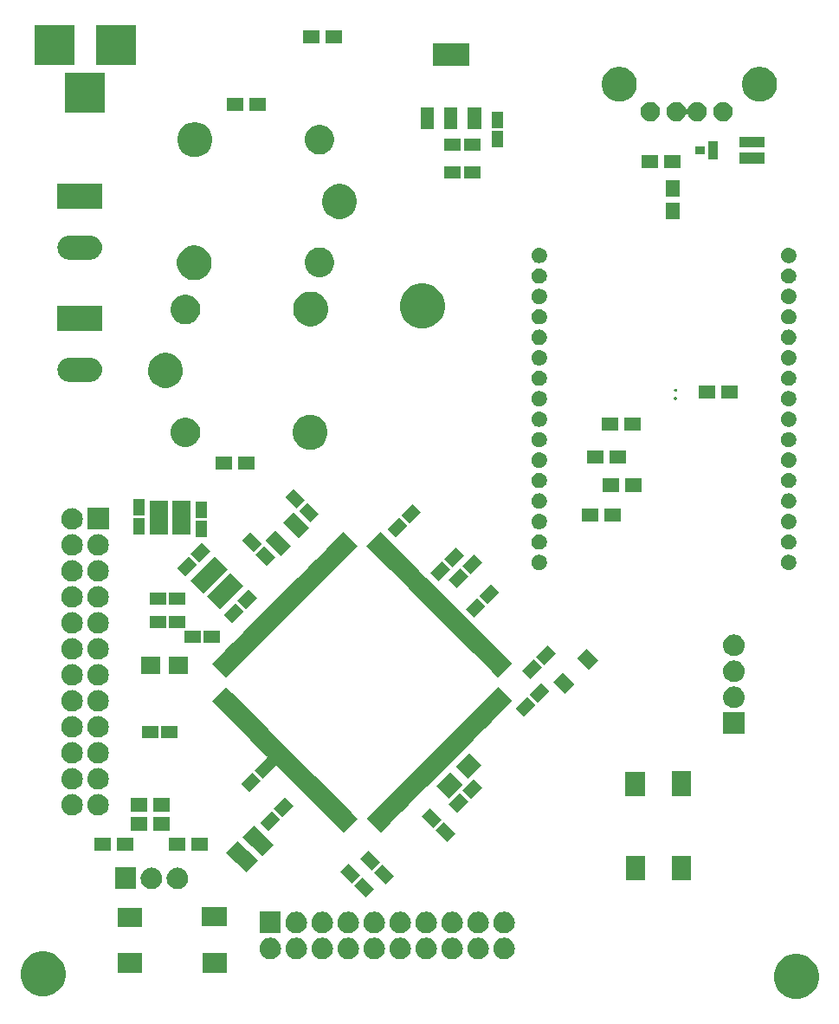
<source format=gbr>
G04 #@! TF.GenerationSoftware,KiCad,Pcbnew,5.0.0-fee4fd1~66~ubuntu16.04.1*
G04 #@! TF.CreationDate,2018-10-21T13:34:45-05:00*
G04 #@! TF.ProjectId,design_emb,64657369676E5F656D622E6B69636164,rev?*
G04 #@! TF.SameCoordinates,Original*
G04 #@! TF.FileFunction,Soldermask,Top*
G04 #@! TF.FilePolarity,Negative*
%FSLAX46Y46*%
G04 Gerber Fmt 4.6, Leading zero omitted, Abs format (unit mm)*
G04 Created by KiCad (PCBNEW 5.0.0-fee4fd1~66~ubuntu16.04.1) date Sun Oct 21 13:34:45 2018*
%MOMM*%
%LPD*%
G01*
G04 APERTURE LIST*
%ADD10C,0.100000*%
G04 APERTURE END LIST*
D10*
G36*
X188855716Y-138219544D02*
X189256090Y-138385384D01*
X189616421Y-138626150D01*
X189922850Y-138932579D01*
X190163616Y-139292910D01*
X190329456Y-139693284D01*
X190414000Y-140118317D01*
X190414000Y-140551683D01*
X190329456Y-140976716D01*
X190163616Y-141377090D01*
X189922850Y-141737421D01*
X189616421Y-142043850D01*
X189256090Y-142284616D01*
X188855716Y-142450456D01*
X188430683Y-142535000D01*
X187997317Y-142535000D01*
X187572284Y-142450456D01*
X187171910Y-142284616D01*
X186811579Y-142043850D01*
X186505150Y-141737421D01*
X186264384Y-141377090D01*
X186098544Y-140976716D01*
X186014000Y-140551683D01*
X186014000Y-140118317D01*
X186098544Y-139693284D01*
X186264384Y-139292910D01*
X186505150Y-138932579D01*
X186811579Y-138626150D01*
X187171910Y-138385384D01*
X187572284Y-138219544D01*
X187997317Y-138135000D01*
X188430683Y-138135000D01*
X188855716Y-138219544D01*
X188855716Y-138219544D01*
G37*
G36*
X115195716Y-137965544D02*
X115596090Y-138131384D01*
X115956421Y-138372150D01*
X116262850Y-138678579D01*
X116503616Y-139038910D01*
X116669456Y-139439284D01*
X116754000Y-139864317D01*
X116754000Y-140297683D01*
X116669456Y-140722716D01*
X116503616Y-141123090D01*
X116262850Y-141483421D01*
X115956421Y-141789850D01*
X115596090Y-142030616D01*
X115195716Y-142196456D01*
X114770683Y-142281000D01*
X114337317Y-142281000D01*
X113912284Y-142196456D01*
X113511910Y-142030616D01*
X113151579Y-141789850D01*
X112845150Y-141483421D01*
X112604384Y-141123090D01*
X112438544Y-140722716D01*
X112354000Y-140297683D01*
X112354000Y-139864317D01*
X112438544Y-139439284D01*
X112604384Y-139038910D01*
X112845150Y-138678579D01*
X113151579Y-138372150D01*
X113511910Y-138131384D01*
X113912284Y-137965544D01*
X114337317Y-137881000D01*
X114770683Y-137881000D01*
X115195716Y-137965544D01*
X115195716Y-137965544D01*
G37*
G36*
X124250300Y-139964200D02*
X121850300Y-139964200D01*
X121850300Y-138064200D01*
X124250300Y-138064200D01*
X124250300Y-139964200D01*
X124250300Y-139964200D01*
G37*
G36*
X132530700Y-139938800D02*
X130130700Y-139938800D01*
X130130700Y-138038800D01*
X132530700Y-138038800D01*
X132530700Y-139938800D01*
X132530700Y-139938800D01*
G37*
G36*
X154677764Y-136540118D02*
X154754893Y-136547715D01*
X154886844Y-136587742D01*
X154952820Y-136607755D01*
X155135229Y-136705255D01*
X155295111Y-136836468D01*
X155426324Y-136996350D01*
X155523824Y-137178759D01*
X155523824Y-137178760D01*
X155583864Y-137376686D01*
X155604137Y-137582522D01*
X155583864Y-137788358D01*
X155555761Y-137881000D01*
X155523824Y-137986285D01*
X155426324Y-138168694D01*
X155295111Y-138328576D01*
X155135229Y-138459789D01*
X154952820Y-138557289D01*
X154886844Y-138577302D01*
X154754893Y-138617329D01*
X154677764Y-138624926D01*
X154600637Y-138632522D01*
X154497477Y-138632522D01*
X154420350Y-138624926D01*
X154343221Y-138617329D01*
X154211270Y-138577302D01*
X154145294Y-138557289D01*
X153962885Y-138459789D01*
X153803003Y-138328576D01*
X153671790Y-138168694D01*
X153574290Y-137986285D01*
X153542353Y-137881000D01*
X153514250Y-137788358D01*
X153493977Y-137582522D01*
X153514250Y-137376686D01*
X153574290Y-137178760D01*
X153574290Y-137178759D01*
X153671790Y-136996350D01*
X153803003Y-136836468D01*
X153962885Y-136705255D01*
X154145294Y-136607755D01*
X154211270Y-136587742D01*
X154343221Y-136547715D01*
X154420350Y-136540118D01*
X154497477Y-136532522D01*
X154600637Y-136532522D01*
X154677764Y-136540118D01*
X154677764Y-136540118D01*
G37*
G36*
X136897764Y-136540118D02*
X136974893Y-136547715D01*
X137106844Y-136587742D01*
X137172820Y-136607755D01*
X137355229Y-136705255D01*
X137515111Y-136836468D01*
X137646324Y-136996350D01*
X137743824Y-137178759D01*
X137743824Y-137178760D01*
X137803864Y-137376686D01*
X137824137Y-137582522D01*
X137803864Y-137788358D01*
X137775761Y-137881000D01*
X137743824Y-137986285D01*
X137646324Y-138168694D01*
X137515111Y-138328576D01*
X137355229Y-138459789D01*
X137172820Y-138557289D01*
X137106844Y-138577302D01*
X136974893Y-138617329D01*
X136897764Y-138624926D01*
X136820637Y-138632522D01*
X136717477Y-138632522D01*
X136640350Y-138624926D01*
X136563221Y-138617329D01*
X136431270Y-138577302D01*
X136365294Y-138557289D01*
X136182885Y-138459789D01*
X136023003Y-138328576D01*
X135891790Y-138168694D01*
X135794290Y-137986285D01*
X135762353Y-137881000D01*
X135734250Y-137788358D01*
X135713977Y-137582522D01*
X135734250Y-137376686D01*
X135794290Y-137178760D01*
X135794290Y-137178759D01*
X135891790Y-136996350D01*
X136023003Y-136836468D01*
X136182885Y-136705255D01*
X136365294Y-136607755D01*
X136431270Y-136587742D01*
X136563221Y-136547715D01*
X136640350Y-136540118D01*
X136717477Y-136532522D01*
X136820637Y-136532522D01*
X136897764Y-136540118D01*
X136897764Y-136540118D01*
G37*
G36*
X139437764Y-136540118D02*
X139514893Y-136547715D01*
X139646844Y-136587742D01*
X139712820Y-136607755D01*
X139895229Y-136705255D01*
X140055111Y-136836468D01*
X140186324Y-136996350D01*
X140283824Y-137178759D01*
X140283824Y-137178760D01*
X140343864Y-137376686D01*
X140364137Y-137582522D01*
X140343864Y-137788358D01*
X140315761Y-137881000D01*
X140283824Y-137986285D01*
X140186324Y-138168694D01*
X140055111Y-138328576D01*
X139895229Y-138459789D01*
X139712820Y-138557289D01*
X139646844Y-138577302D01*
X139514893Y-138617329D01*
X139437764Y-138624926D01*
X139360637Y-138632522D01*
X139257477Y-138632522D01*
X139180350Y-138624926D01*
X139103221Y-138617329D01*
X138971270Y-138577302D01*
X138905294Y-138557289D01*
X138722885Y-138459789D01*
X138563003Y-138328576D01*
X138431790Y-138168694D01*
X138334290Y-137986285D01*
X138302353Y-137881000D01*
X138274250Y-137788358D01*
X138253977Y-137582522D01*
X138274250Y-137376686D01*
X138334290Y-137178760D01*
X138334290Y-137178759D01*
X138431790Y-136996350D01*
X138563003Y-136836468D01*
X138722885Y-136705255D01*
X138905294Y-136607755D01*
X138971270Y-136587742D01*
X139103221Y-136547715D01*
X139180350Y-136540118D01*
X139257477Y-136532522D01*
X139360637Y-136532522D01*
X139437764Y-136540118D01*
X139437764Y-136540118D01*
G37*
G36*
X159757764Y-136540118D02*
X159834893Y-136547715D01*
X159966844Y-136587742D01*
X160032820Y-136607755D01*
X160215229Y-136705255D01*
X160375111Y-136836468D01*
X160506324Y-136996350D01*
X160603824Y-137178759D01*
X160603824Y-137178760D01*
X160663864Y-137376686D01*
X160684137Y-137582522D01*
X160663864Y-137788358D01*
X160635761Y-137881000D01*
X160603824Y-137986285D01*
X160506324Y-138168694D01*
X160375111Y-138328576D01*
X160215229Y-138459789D01*
X160032820Y-138557289D01*
X159966844Y-138577302D01*
X159834893Y-138617329D01*
X159757764Y-138624926D01*
X159680637Y-138632522D01*
X159577477Y-138632522D01*
X159500350Y-138624926D01*
X159423221Y-138617329D01*
X159291270Y-138577302D01*
X159225294Y-138557289D01*
X159042885Y-138459789D01*
X158883003Y-138328576D01*
X158751790Y-138168694D01*
X158654290Y-137986285D01*
X158622353Y-137881000D01*
X158594250Y-137788358D01*
X158573977Y-137582522D01*
X158594250Y-137376686D01*
X158654290Y-137178760D01*
X158654290Y-137178759D01*
X158751790Y-136996350D01*
X158883003Y-136836468D01*
X159042885Y-136705255D01*
X159225294Y-136607755D01*
X159291270Y-136587742D01*
X159423221Y-136547715D01*
X159500350Y-136540118D01*
X159577477Y-136532522D01*
X159680637Y-136532522D01*
X159757764Y-136540118D01*
X159757764Y-136540118D01*
G37*
G36*
X157217764Y-136540118D02*
X157294893Y-136547715D01*
X157426844Y-136587742D01*
X157492820Y-136607755D01*
X157675229Y-136705255D01*
X157835111Y-136836468D01*
X157966324Y-136996350D01*
X158063824Y-137178759D01*
X158063824Y-137178760D01*
X158123864Y-137376686D01*
X158144137Y-137582522D01*
X158123864Y-137788358D01*
X158095761Y-137881000D01*
X158063824Y-137986285D01*
X157966324Y-138168694D01*
X157835111Y-138328576D01*
X157675229Y-138459789D01*
X157492820Y-138557289D01*
X157426844Y-138577302D01*
X157294893Y-138617329D01*
X157217764Y-138624926D01*
X157140637Y-138632522D01*
X157037477Y-138632522D01*
X156960350Y-138624926D01*
X156883221Y-138617329D01*
X156751270Y-138577302D01*
X156685294Y-138557289D01*
X156502885Y-138459789D01*
X156343003Y-138328576D01*
X156211790Y-138168694D01*
X156114290Y-137986285D01*
X156082353Y-137881000D01*
X156054250Y-137788358D01*
X156033977Y-137582522D01*
X156054250Y-137376686D01*
X156114290Y-137178760D01*
X156114290Y-137178759D01*
X156211790Y-136996350D01*
X156343003Y-136836468D01*
X156502885Y-136705255D01*
X156685294Y-136607755D01*
X156751270Y-136587742D01*
X156883221Y-136547715D01*
X156960350Y-136540118D01*
X157037477Y-136532522D01*
X157140637Y-136532522D01*
X157217764Y-136540118D01*
X157217764Y-136540118D01*
G37*
G36*
X152137764Y-136540118D02*
X152214893Y-136547715D01*
X152346844Y-136587742D01*
X152412820Y-136607755D01*
X152595229Y-136705255D01*
X152755111Y-136836468D01*
X152886324Y-136996350D01*
X152983824Y-137178759D01*
X152983824Y-137178760D01*
X153043864Y-137376686D01*
X153064137Y-137582522D01*
X153043864Y-137788358D01*
X153015761Y-137881000D01*
X152983824Y-137986285D01*
X152886324Y-138168694D01*
X152755111Y-138328576D01*
X152595229Y-138459789D01*
X152412820Y-138557289D01*
X152346844Y-138577302D01*
X152214893Y-138617329D01*
X152137764Y-138624926D01*
X152060637Y-138632522D01*
X151957477Y-138632522D01*
X151880350Y-138624926D01*
X151803221Y-138617329D01*
X151671270Y-138577302D01*
X151605294Y-138557289D01*
X151422885Y-138459789D01*
X151263003Y-138328576D01*
X151131790Y-138168694D01*
X151034290Y-137986285D01*
X151002353Y-137881000D01*
X150974250Y-137788358D01*
X150953977Y-137582522D01*
X150974250Y-137376686D01*
X151034290Y-137178760D01*
X151034290Y-137178759D01*
X151131790Y-136996350D01*
X151263003Y-136836468D01*
X151422885Y-136705255D01*
X151605294Y-136607755D01*
X151671270Y-136587742D01*
X151803221Y-136547715D01*
X151880350Y-136540118D01*
X151957477Y-136532522D01*
X152060637Y-136532522D01*
X152137764Y-136540118D01*
X152137764Y-136540118D01*
G37*
G36*
X149597764Y-136540118D02*
X149674893Y-136547715D01*
X149806844Y-136587742D01*
X149872820Y-136607755D01*
X150055229Y-136705255D01*
X150215111Y-136836468D01*
X150346324Y-136996350D01*
X150443824Y-137178759D01*
X150443824Y-137178760D01*
X150503864Y-137376686D01*
X150524137Y-137582522D01*
X150503864Y-137788358D01*
X150475761Y-137881000D01*
X150443824Y-137986285D01*
X150346324Y-138168694D01*
X150215111Y-138328576D01*
X150055229Y-138459789D01*
X149872820Y-138557289D01*
X149806844Y-138577302D01*
X149674893Y-138617329D01*
X149597764Y-138624926D01*
X149520637Y-138632522D01*
X149417477Y-138632522D01*
X149340350Y-138624926D01*
X149263221Y-138617329D01*
X149131270Y-138577302D01*
X149065294Y-138557289D01*
X148882885Y-138459789D01*
X148723003Y-138328576D01*
X148591790Y-138168694D01*
X148494290Y-137986285D01*
X148462353Y-137881000D01*
X148434250Y-137788358D01*
X148413977Y-137582522D01*
X148434250Y-137376686D01*
X148494290Y-137178760D01*
X148494290Y-137178759D01*
X148591790Y-136996350D01*
X148723003Y-136836468D01*
X148882885Y-136705255D01*
X149065294Y-136607755D01*
X149131270Y-136587742D01*
X149263221Y-136547715D01*
X149340350Y-136540118D01*
X149417477Y-136532522D01*
X149520637Y-136532522D01*
X149597764Y-136540118D01*
X149597764Y-136540118D01*
G37*
G36*
X147057764Y-136540118D02*
X147134893Y-136547715D01*
X147266844Y-136587742D01*
X147332820Y-136607755D01*
X147515229Y-136705255D01*
X147675111Y-136836468D01*
X147806324Y-136996350D01*
X147903824Y-137178759D01*
X147903824Y-137178760D01*
X147963864Y-137376686D01*
X147984137Y-137582522D01*
X147963864Y-137788358D01*
X147935761Y-137881000D01*
X147903824Y-137986285D01*
X147806324Y-138168694D01*
X147675111Y-138328576D01*
X147515229Y-138459789D01*
X147332820Y-138557289D01*
X147266844Y-138577302D01*
X147134893Y-138617329D01*
X147057764Y-138624926D01*
X146980637Y-138632522D01*
X146877477Y-138632522D01*
X146800350Y-138624926D01*
X146723221Y-138617329D01*
X146591270Y-138577302D01*
X146525294Y-138557289D01*
X146342885Y-138459789D01*
X146183003Y-138328576D01*
X146051790Y-138168694D01*
X145954290Y-137986285D01*
X145922353Y-137881000D01*
X145894250Y-137788358D01*
X145873977Y-137582522D01*
X145894250Y-137376686D01*
X145954290Y-137178760D01*
X145954290Y-137178759D01*
X146051790Y-136996350D01*
X146183003Y-136836468D01*
X146342885Y-136705255D01*
X146525294Y-136607755D01*
X146591270Y-136587742D01*
X146723221Y-136547715D01*
X146800350Y-136540118D01*
X146877477Y-136532522D01*
X146980637Y-136532522D01*
X147057764Y-136540118D01*
X147057764Y-136540118D01*
G37*
G36*
X144517764Y-136540118D02*
X144594893Y-136547715D01*
X144726844Y-136587742D01*
X144792820Y-136607755D01*
X144975229Y-136705255D01*
X145135111Y-136836468D01*
X145266324Y-136996350D01*
X145363824Y-137178759D01*
X145363824Y-137178760D01*
X145423864Y-137376686D01*
X145444137Y-137582522D01*
X145423864Y-137788358D01*
X145395761Y-137881000D01*
X145363824Y-137986285D01*
X145266324Y-138168694D01*
X145135111Y-138328576D01*
X144975229Y-138459789D01*
X144792820Y-138557289D01*
X144726844Y-138577302D01*
X144594893Y-138617329D01*
X144517764Y-138624926D01*
X144440637Y-138632522D01*
X144337477Y-138632522D01*
X144260350Y-138624926D01*
X144183221Y-138617329D01*
X144051270Y-138577302D01*
X143985294Y-138557289D01*
X143802885Y-138459789D01*
X143643003Y-138328576D01*
X143511790Y-138168694D01*
X143414290Y-137986285D01*
X143382353Y-137881000D01*
X143354250Y-137788358D01*
X143333977Y-137582522D01*
X143354250Y-137376686D01*
X143414290Y-137178760D01*
X143414290Y-137178759D01*
X143511790Y-136996350D01*
X143643003Y-136836468D01*
X143802885Y-136705255D01*
X143985294Y-136607755D01*
X144051270Y-136587742D01*
X144183221Y-136547715D01*
X144260350Y-136540118D01*
X144337477Y-136532522D01*
X144440637Y-136532522D01*
X144517764Y-136540118D01*
X144517764Y-136540118D01*
G37*
G36*
X141977764Y-136540118D02*
X142054893Y-136547715D01*
X142186844Y-136587742D01*
X142252820Y-136607755D01*
X142435229Y-136705255D01*
X142595111Y-136836468D01*
X142726324Y-136996350D01*
X142823824Y-137178759D01*
X142823824Y-137178760D01*
X142883864Y-137376686D01*
X142904137Y-137582522D01*
X142883864Y-137788358D01*
X142855761Y-137881000D01*
X142823824Y-137986285D01*
X142726324Y-138168694D01*
X142595111Y-138328576D01*
X142435229Y-138459789D01*
X142252820Y-138557289D01*
X142186844Y-138577302D01*
X142054893Y-138617329D01*
X141977764Y-138624926D01*
X141900637Y-138632522D01*
X141797477Y-138632522D01*
X141720350Y-138624926D01*
X141643221Y-138617329D01*
X141511270Y-138577302D01*
X141445294Y-138557289D01*
X141262885Y-138459789D01*
X141103003Y-138328576D01*
X140971790Y-138168694D01*
X140874290Y-137986285D01*
X140842353Y-137881000D01*
X140814250Y-137788358D01*
X140793977Y-137582522D01*
X140814250Y-137376686D01*
X140874290Y-137178760D01*
X140874290Y-137178759D01*
X140971790Y-136996350D01*
X141103003Y-136836468D01*
X141262885Y-136705255D01*
X141445294Y-136607755D01*
X141511270Y-136587742D01*
X141643221Y-136547715D01*
X141720350Y-136540118D01*
X141797477Y-136532522D01*
X141900637Y-136532522D01*
X141977764Y-136540118D01*
X141977764Y-136540118D01*
G37*
G36*
X137819057Y-136092522D02*
X135719057Y-136092522D01*
X135719057Y-133992522D01*
X137819057Y-133992522D01*
X137819057Y-136092522D01*
X137819057Y-136092522D01*
G37*
G36*
X159757764Y-134000118D02*
X159834893Y-134007715D01*
X159966844Y-134047742D01*
X160032820Y-134067755D01*
X160215229Y-134165255D01*
X160375111Y-134296468D01*
X160506324Y-134456350D01*
X160603824Y-134638759D01*
X160603824Y-134638760D01*
X160663864Y-134836686D01*
X160684137Y-135042522D01*
X160663864Y-135248358D01*
X160623837Y-135380309D01*
X160603824Y-135446285D01*
X160506324Y-135628694D01*
X160375111Y-135788576D01*
X160215229Y-135919789D01*
X160032820Y-136017289D01*
X159966844Y-136037302D01*
X159834893Y-136077329D01*
X159757764Y-136084925D01*
X159680637Y-136092522D01*
X159577477Y-136092522D01*
X159500350Y-136084925D01*
X159423221Y-136077329D01*
X159291270Y-136037302D01*
X159225294Y-136017289D01*
X159042885Y-135919789D01*
X158883003Y-135788576D01*
X158751790Y-135628694D01*
X158654290Y-135446285D01*
X158634277Y-135380309D01*
X158594250Y-135248358D01*
X158573977Y-135042522D01*
X158594250Y-134836686D01*
X158654290Y-134638760D01*
X158654290Y-134638759D01*
X158751790Y-134456350D01*
X158883003Y-134296468D01*
X159042885Y-134165255D01*
X159225294Y-134067755D01*
X159291270Y-134047742D01*
X159423221Y-134007715D01*
X159500350Y-134000118D01*
X159577477Y-133992522D01*
X159680637Y-133992522D01*
X159757764Y-134000118D01*
X159757764Y-134000118D01*
G37*
G36*
X157217764Y-134000118D02*
X157294893Y-134007715D01*
X157426844Y-134047742D01*
X157492820Y-134067755D01*
X157675229Y-134165255D01*
X157835111Y-134296468D01*
X157966324Y-134456350D01*
X158063824Y-134638759D01*
X158063824Y-134638760D01*
X158123864Y-134836686D01*
X158144137Y-135042522D01*
X158123864Y-135248358D01*
X158083837Y-135380309D01*
X158063824Y-135446285D01*
X157966324Y-135628694D01*
X157835111Y-135788576D01*
X157675229Y-135919789D01*
X157492820Y-136017289D01*
X157426844Y-136037302D01*
X157294893Y-136077329D01*
X157217764Y-136084925D01*
X157140637Y-136092522D01*
X157037477Y-136092522D01*
X156960350Y-136084925D01*
X156883221Y-136077329D01*
X156751270Y-136037302D01*
X156685294Y-136017289D01*
X156502885Y-135919789D01*
X156343003Y-135788576D01*
X156211790Y-135628694D01*
X156114290Y-135446285D01*
X156094277Y-135380309D01*
X156054250Y-135248358D01*
X156033977Y-135042522D01*
X156054250Y-134836686D01*
X156114290Y-134638760D01*
X156114290Y-134638759D01*
X156211790Y-134456350D01*
X156343003Y-134296468D01*
X156502885Y-134165255D01*
X156685294Y-134067755D01*
X156751270Y-134047742D01*
X156883221Y-134007715D01*
X156960350Y-134000118D01*
X157037477Y-133992522D01*
X157140637Y-133992522D01*
X157217764Y-134000118D01*
X157217764Y-134000118D01*
G37*
G36*
X154677764Y-134000118D02*
X154754893Y-134007715D01*
X154886844Y-134047742D01*
X154952820Y-134067755D01*
X155135229Y-134165255D01*
X155295111Y-134296468D01*
X155426324Y-134456350D01*
X155523824Y-134638759D01*
X155523824Y-134638760D01*
X155583864Y-134836686D01*
X155604137Y-135042522D01*
X155583864Y-135248358D01*
X155543837Y-135380309D01*
X155523824Y-135446285D01*
X155426324Y-135628694D01*
X155295111Y-135788576D01*
X155135229Y-135919789D01*
X154952820Y-136017289D01*
X154886844Y-136037302D01*
X154754893Y-136077329D01*
X154677764Y-136084925D01*
X154600637Y-136092522D01*
X154497477Y-136092522D01*
X154420350Y-136084925D01*
X154343221Y-136077329D01*
X154211270Y-136037302D01*
X154145294Y-136017289D01*
X153962885Y-135919789D01*
X153803003Y-135788576D01*
X153671790Y-135628694D01*
X153574290Y-135446285D01*
X153554277Y-135380309D01*
X153514250Y-135248358D01*
X153493977Y-135042522D01*
X153514250Y-134836686D01*
X153574290Y-134638760D01*
X153574290Y-134638759D01*
X153671790Y-134456350D01*
X153803003Y-134296468D01*
X153962885Y-134165255D01*
X154145294Y-134067755D01*
X154211270Y-134047742D01*
X154343221Y-134007715D01*
X154420350Y-134000118D01*
X154497477Y-133992522D01*
X154600637Y-133992522D01*
X154677764Y-134000118D01*
X154677764Y-134000118D01*
G37*
G36*
X152137764Y-134000118D02*
X152214893Y-134007715D01*
X152346844Y-134047742D01*
X152412820Y-134067755D01*
X152595229Y-134165255D01*
X152755111Y-134296468D01*
X152886324Y-134456350D01*
X152983824Y-134638759D01*
X152983824Y-134638760D01*
X153043864Y-134836686D01*
X153064137Y-135042522D01*
X153043864Y-135248358D01*
X153003837Y-135380309D01*
X152983824Y-135446285D01*
X152886324Y-135628694D01*
X152755111Y-135788576D01*
X152595229Y-135919789D01*
X152412820Y-136017289D01*
X152346844Y-136037302D01*
X152214893Y-136077329D01*
X152137764Y-136084925D01*
X152060637Y-136092522D01*
X151957477Y-136092522D01*
X151880350Y-136084925D01*
X151803221Y-136077329D01*
X151671270Y-136037302D01*
X151605294Y-136017289D01*
X151422885Y-135919789D01*
X151263003Y-135788576D01*
X151131790Y-135628694D01*
X151034290Y-135446285D01*
X151014277Y-135380309D01*
X150974250Y-135248358D01*
X150953977Y-135042522D01*
X150974250Y-134836686D01*
X151034290Y-134638760D01*
X151034290Y-134638759D01*
X151131790Y-134456350D01*
X151263003Y-134296468D01*
X151422885Y-134165255D01*
X151605294Y-134067755D01*
X151671270Y-134047742D01*
X151803221Y-134007715D01*
X151880350Y-134000118D01*
X151957477Y-133992522D01*
X152060637Y-133992522D01*
X152137764Y-134000118D01*
X152137764Y-134000118D01*
G37*
G36*
X149597764Y-134000118D02*
X149674893Y-134007715D01*
X149806844Y-134047742D01*
X149872820Y-134067755D01*
X150055229Y-134165255D01*
X150215111Y-134296468D01*
X150346324Y-134456350D01*
X150443824Y-134638759D01*
X150443824Y-134638760D01*
X150503864Y-134836686D01*
X150524137Y-135042522D01*
X150503864Y-135248358D01*
X150463837Y-135380309D01*
X150443824Y-135446285D01*
X150346324Y-135628694D01*
X150215111Y-135788576D01*
X150055229Y-135919789D01*
X149872820Y-136017289D01*
X149806844Y-136037302D01*
X149674893Y-136077329D01*
X149597764Y-136084925D01*
X149520637Y-136092522D01*
X149417477Y-136092522D01*
X149340350Y-136084925D01*
X149263221Y-136077329D01*
X149131270Y-136037302D01*
X149065294Y-136017289D01*
X148882885Y-135919789D01*
X148723003Y-135788576D01*
X148591790Y-135628694D01*
X148494290Y-135446285D01*
X148474277Y-135380309D01*
X148434250Y-135248358D01*
X148413977Y-135042522D01*
X148434250Y-134836686D01*
X148494290Y-134638760D01*
X148494290Y-134638759D01*
X148591790Y-134456350D01*
X148723003Y-134296468D01*
X148882885Y-134165255D01*
X149065294Y-134067755D01*
X149131270Y-134047742D01*
X149263221Y-134007715D01*
X149340350Y-134000118D01*
X149417477Y-133992522D01*
X149520637Y-133992522D01*
X149597764Y-134000118D01*
X149597764Y-134000118D01*
G37*
G36*
X147057764Y-134000118D02*
X147134893Y-134007715D01*
X147266844Y-134047742D01*
X147332820Y-134067755D01*
X147515229Y-134165255D01*
X147675111Y-134296468D01*
X147806324Y-134456350D01*
X147903824Y-134638759D01*
X147903824Y-134638760D01*
X147963864Y-134836686D01*
X147984137Y-135042522D01*
X147963864Y-135248358D01*
X147923837Y-135380309D01*
X147903824Y-135446285D01*
X147806324Y-135628694D01*
X147675111Y-135788576D01*
X147515229Y-135919789D01*
X147332820Y-136017289D01*
X147266844Y-136037302D01*
X147134893Y-136077329D01*
X147057764Y-136084925D01*
X146980637Y-136092522D01*
X146877477Y-136092522D01*
X146800350Y-136084925D01*
X146723221Y-136077329D01*
X146591270Y-136037302D01*
X146525294Y-136017289D01*
X146342885Y-135919789D01*
X146183003Y-135788576D01*
X146051790Y-135628694D01*
X145954290Y-135446285D01*
X145934277Y-135380309D01*
X145894250Y-135248358D01*
X145873977Y-135042522D01*
X145894250Y-134836686D01*
X145954290Y-134638760D01*
X145954290Y-134638759D01*
X146051790Y-134456350D01*
X146183003Y-134296468D01*
X146342885Y-134165255D01*
X146525294Y-134067755D01*
X146591270Y-134047742D01*
X146723221Y-134007715D01*
X146800350Y-134000118D01*
X146877477Y-133992522D01*
X146980637Y-133992522D01*
X147057764Y-134000118D01*
X147057764Y-134000118D01*
G37*
G36*
X144517764Y-134000118D02*
X144594893Y-134007715D01*
X144726844Y-134047742D01*
X144792820Y-134067755D01*
X144975229Y-134165255D01*
X145135111Y-134296468D01*
X145266324Y-134456350D01*
X145363824Y-134638759D01*
X145363824Y-134638760D01*
X145423864Y-134836686D01*
X145444137Y-135042522D01*
X145423864Y-135248358D01*
X145383837Y-135380309D01*
X145363824Y-135446285D01*
X145266324Y-135628694D01*
X145135111Y-135788576D01*
X144975229Y-135919789D01*
X144792820Y-136017289D01*
X144726844Y-136037302D01*
X144594893Y-136077329D01*
X144517764Y-136084925D01*
X144440637Y-136092522D01*
X144337477Y-136092522D01*
X144260350Y-136084925D01*
X144183221Y-136077329D01*
X144051270Y-136037302D01*
X143985294Y-136017289D01*
X143802885Y-135919789D01*
X143643003Y-135788576D01*
X143511790Y-135628694D01*
X143414290Y-135446285D01*
X143394277Y-135380309D01*
X143354250Y-135248358D01*
X143333977Y-135042522D01*
X143354250Y-134836686D01*
X143414290Y-134638760D01*
X143414290Y-134638759D01*
X143511790Y-134456350D01*
X143643003Y-134296468D01*
X143802885Y-134165255D01*
X143985294Y-134067755D01*
X144051270Y-134047742D01*
X144183221Y-134007715D01*
X144260350Y-134000118D01*
X144337477Y-133992522D01*
X144440637Y-133992522D01*
X144517764Y-134000118D01*
X144517764Y-134000118D01*
G37*
G36*
X141977764Y-134000118D02*
X142054893Y-134007715D01*
X142186844Y-134047742D01*
X142252820Y-134067755D01*
X142435229Y-134165255D01*
X142595111Y-134296468D01*
X142726324Y-134456350D01*
X142823824Y-134638759D01*
X142823824Y-134638760D01*
X142883864Y-134836686D01*
X142904137Y-135042522D01*
X142883864Y-135248358D01*
X142843837Y-135380309D01*
X142823824Y-135446285D01*
X142726324Y-135628694D01*
X142595111Y-135788576D01*
X142435229Y-135919789D01*
X142252820Y-136017289D01*
X142186844Y-136037302D01*
X142054893Y-136077329D01*
X141977764Y-136084925D01*
X141900637Y-136092522D01*
X141797477Y-136092522D01*
X141720350Y-136084925D01*
X141643221Y-136077329D01*
X141511270Y-136037302D01*
X141445294Y-136017289D01*
X141262885Y-135919789D01*
X141103003Y-135788576D01*
X140971790Y-135628694D01*
X140874290Y-135446285D01*
X140854277Y-135380309D01*
X140814250Y-135248358D01*
X140793977Y-135042522D01*
X140814250Y-134836686D01*
X140874290Y-134638760D01*
X140874290Y-134638759D01*
X140971790Y-134456350D01*
X141103003Y-134296468D01*
X141262885Y-134165255D01*
X141445294Y-134067755D01*
X141511270Y-134047742D01*
X141643221Y-134007715D01*
X141720350Y-134000118D01*
X141797477Y-133992522D01*
X141900637Y-133992522D01*
X141977764Y-134000118D01*
X141977764Y-134000118D01*
G37*
G36*
X139437764Y-134000118D02*
X139514893Y-134007715D01*
X139646844Y-134047742D01*
X139712820Y-134067755D01*
X139895229Y-134165255D01*
X140055111Y-134296468D01*
X140186324Y-134456350D01*
X140283824Y-134638759D01*
X140283824Y-134638760D01*
X140343864Y-134836686D01*
X140364137Y-135042522D01*
X140343864Y-135248358D01*
X140303837Y-135380309D01*
X140283824Y-135446285D01*
X140186324Y-135628694D01*
X140055111Y-135788576D01*
X139895229Y-135919789D01*
X139712820Y-136017289D01*
X139646844Y-136037302D01*
X139514893Y-136077329D01*
X139437764Y-136084925D01*
X139360637Y-136092522D01*
X139257477Y-136092522D01*
X139180350Y-136084925D01*
X139103221Y-136077329D01*
X138971270Y-136037302D01*
X138905294Y-136017289D01*
X138722885Y-135919789D01*
X138563003Y-135788576D01*
X138431790Y-135628694D01*
X138334290Y-135446285D01*
X138314277Y-135380309D01*
X138274250Y-135248358D01*
X138253977Y-135042522D01*
X138274250Y-134836686D01*
X138334290Y-134638760D01*
X138334290Y-134638759D01*
X138431790Y-134456350D01*
X138563003Y-134296468D01*
X138722885Y-134165255D01*
X138905294Y-134067755D01*
X138971270Y-134047742D01*
X139103221Y-134007715D01*
X139180350Y-134000118D01*
X139257477Y-133992522D01*
X139360637Y-133992522D01*
X139437764Y-134000118D01*
X139437764Y-134000118D01*
G37*
G36*
X124250300Y-135493800D02*
X121850300Y-135493800D01*
X121850300Y-133593800D01*
X124250300Y-133593800D01*
X124250300Y-135493800D01*
X124250300Y-135493800D01*
G37*
G36*
X132505300Y-135417600D02*
X130105300Y-135417600D01*
X130105300Y-133517600D01*
X132505300Y-133517600D01*
X132505300Y-135417600D01*
X132505300Y-135417600D01*
G37*
G36*
X146932024Y-131767850D02*
X146118850Y-132581024D01*
X144987478Y-131449652D01*
X145800652Y-130636478D01*
X146932024Y-131767850D01*
X146932024Y-131767850D01*
G37*
G36*
X127827207Y-129691397D02*
X127904336Y-129698993D01*
X128036287Y-129739020D01*
X128102263Y-129759033D01*
X128284672Y-129856533D01*
X128444554Y-129987746D01*
X128575767Y-130147628D01*
X128673267Y-130330037D01*
X128673267Y-130330038D01*
X128733307Y-130527964D01*
X128753580Y-130733800D01*
X128733307Y-130939636D01*
X128693280Y-131071587D01*
X128673267Y-131137563D01*
X128575767Y-131319972D01*
X128444554Y-131479854D01*
X128284672Y-131611067D01*
X128102263Y-131708567D01*
X128036287Y-131728580D01*
X127904336Y-131768607D01*
X127827207Y-131776203D01*
X127750080Y-131783800D01*
X127646920Y-131783800D01*
X127569793Y-131776203D01*
X127492664Y-131768607D01*
X127360713Y-131728580D01*
X127294737Y-131708567D01*
X127112328Y-131611067D01*
X126952446Y-131479854D01*
X126821233Y-131319972D01*
X126723733Y-131137563D01*
X126703720Y-131071587D01*
X126663693Y-130939636D01*
X126643420Y-130733800D01*
X126663693Y-130527964D01*
X126723733Y-130330038D01*
X126723733Y-130330037D01*
X126821233Y-130147628D01*
X126952446Y-129987746D01*
X127112328Y-129856533D01*
X127294737Y-129759033D01*
X127360713Y-129739020D01*
X127492664Y-129698993D01*
X127569793Y-129691397D01*
X127646920Y-129683800D01*
X127750080Y-129683800D01*
X127827207Y-129691397D01*
X127827207Y-129691397D01*
G37*
G36*
X123668500Y-131783800D02*
X121568500Y-131783800D01*
X121568500Y-129683800D01*
X123668500Y-129683800D01*
X123668500Y-131783800D01*
X123668500Y-131783800D01*
G37*
G36*
X125287207Y-129691397D02*
X125364336Y-129698993D01*
X125496287Y-129739020D01*
X125562263Y-129759033D01*
X125744672Y-129856533D01*
X125904554Y-129987746D01*
X126035767Y-130147628D01*
X126133267Y-130330037D01*
X126133267Y-130330038D01*
X126193307Y-130527964D01*
X126213580Y-130733800D01*
X126193307Y-130939636D01*
X126153280Y-131071587D01*
X126133267Y-131137563D01*
X126035767Y-131319972D01*
X125904554Y-131479854D01*
X125744672Y-131611067D01*
X125562263Y-131708567D01*
X125496287Y-131728580D01*
X125364336Y-131768607D01*
X125287207Y-131776203D01*
X125210080Y-131783800D01*
X125106920Y-131783800D01*
X125029793Y-131776203D01*
X124952664Y-131768607D01*
X124820713Y-131728580D01*
X124754737Y-131708567D01*
X124572328Y-131611067D01*
X124412446Y-131479854D01*
X124281233Y-131319972D01*
X124183733Y-131137563D01*
X124163720Y-131071587D01*
X124123693Y-130939636D01*
X124103420Y-130733800D01*
X124123693Y-130527964D01*
X124183733Y-130330038D01*
X124183733Y-130330037D01*
X124281233Y-130147628D01*
X124412446Y-129987746D01*
X124572328Y-129856533D01*
X124754737Y-129759033D01*
X124820713Y-129739020D01*
X124952664Y-129698993D01*
X125029793Y-129691397D01*
X125106920Y-129683800D01*
X125210080Y-129683800D01*
X125287207Y-129691397D01*
X125287207Y-129691397D01*
G37*
G36*
X148837024Y-130497850D02*
X148023850Y-131311024D01*
X146892478Y-130179652D01*
X147705652Y-129366478D01*
X148837024Y-130497850D01*
X148837024Y-130497850D01*
G37*
G36*
X145588522Y-130424348D02*
X144775348Y-131237522D01*
X143643976Y-130106150D01*
X144457150Y-129292976D01*
X145588522Y-130424348D01*
X145588522Y-130424348D01*
G37*
G36*
X177937200Y-130943200D02*
X176037200Y-130943200D01*
X176037200Y-128543200D01*
X177937200Y-128543200D01*
X177937200Y-130943200D01*
X177937200Y-130943200D01*
G37*
G36*
X173466800Y-130943200D02*
X171566800Y-130943200D01*
X171566800Y-128543200D01*
X173466800Y-128543200D01*
X173466800Y-130943200D01*
X173466800Y-130943200D01*
G37*
G36*
X134532961Y-128010323D02*
X134551903Y-128025869D01*
X134573514Y-128037420D01*
X134590659Y-128042621D01*
X135553289Y-129005251D01*
X134421917Y-130136623D01*
X133507005Y-129221711D01*
X133488063Y-129206165D01*
X133466452Y-129194614D01*
X133449307Y-129189413D01*
X132486677Y-128226783D01*
X133618049Y-127095411D01*
X134532961Y-128010323D01*
X134532961Y-128010323D01*
G37*
G36*
X147493522Y-129154348D02*
X146680348Y-129967522D01*
X145548976Y-128836150D01*
X146362150Y-128022976D01*
X147493522Y-129154348D01*
X147493522Y-129154348D01*
G37*
G36*
X136088595Y-126454689D02*
X136107537Y-126470235D01*
X136129148Y-126481786D01*
X136146293Y-126486987D01*
X137108923Y-127449617D01*
X135977551Y-128580989D01*
X135062639Y-127666077D01*
X135043697Y-127650531D01*
X135022086Y-127638980D01*
X135004941Y-127633779D01*
X134042311Y-126671149D01*
X135173683Y-125539777D01*
X136088595Y-126454689D01*
X136088595Y-126454689D01*
G37*
G36*
X123400900Y-128069100D02*
X121800900Y-128069100D01*
X121800900Y-126769100D01*
X123400900Y-126769100D01*
X123400900Y-128069100D01*
X123400900Y-128069100D01*
G37*
G36*
X121200900Y-128069100D02*
X119600900Y-128069100D01*
X119600900Y-126769100D01*
X121200900Y-126769100D01*
X121200900Y-128069100D01*
X121200900Y-128069100D01*
G37*
G36*
X130690700Y-128056400D02*
X129090700Y-128056400D01*
X129090700Y-126756400D01*
X130690700Y-126756400D01*
X130690700Y-128056400D01*
X130690700Y-128056400D01*
G37*
G36*
X128490700Y-128056400D02*
X126890700Y-128056400D01*
X126890700Y-126756400D01*
X128490700Y-126756400D01*
X128490700Y-128056400D01*
X128490700Y-128056400D01*
G37*
G36*
X154894924Y-126344950D02*
X154081750Y-127158124D01*
X152950378Y-126026752D01*
X153763552Y-125213578D01*
X154894924Y-126344950D01*
X154894924Y-126344950D01*
G37*
G36*
X133020030Y-112585521D02*
X133020035Y-112585527D01*
X133055391Y-112620883D01*
X133055397Y-112620888D01*
X134787797Y-114353288D01*
X134787802Y-114353294D01*
X134823158Y-114388650D01*
X134823164Y-114388655D01*
X136555564Y-116121055D01*
X136555569Y-116121061D01*
X136590925Y-116156417D01*
X136590931Y-116156422D01*
X141151758Y-120717249D01*
X141151763Y-120717255D01*
X141187119Y-120752611D01*
X141187125Y-120752616D01*
X142919525Y-122485016D01*
X142919530Y-122485022D01*
X142954886Y-122520378D01*
X142954892Y-122520383D01*
X144687292Y-124252783D01*
X144687297Y-124252789D01*
X144722653Y-124288145D01*
X144722659Y-124288150D01*
X145306016Y-124871507D01*
X143927157Y-126250366D01*
X143661992Y-125985201D01*
X143661986Y-125985196D01*
X142990246Y-125313456D01*
X142990241Y-125313450D01*
X141894225Y-124217434D01*
X141894219Y-124217429D01*
X141222479Y-123545689D01*
X141222474Y-123545683D01*
X140126458Y-122449667D01*
X140126452Y-122449662D01*
X139454712Y-121777922D01*
X139454707Y-121777916D01*
X137438271Y-119761480D01*
X137419329Y-119745934D01*
X137397718Y-119734383D01*
X137374269Y-119727270D01*
X137349883Y-119724868D01*
X137325497Y-119727270D01*
X137302048Y-119734383D01*
X137280437Y-119745934D01*
X137261495Y-119761480D01*
X136047052Y-120975922D01*
X135233878Y-120162748D01*
X136448321Y-118948306D01*
X136463867Y-118929364D01*
X136475418Y-118907753D01*
X136482531Y-118884304D01*
X136484933Y-118859918D01*
X136482531Y-118835532D01*
X136475418Y-118812083D01*
X136463867Y-118790472D01*
X136448321Y-118771530D01*
X135530264Y-117853473D01*
X135530258Y-117853468D01*
X134858518Y-117181728D01*
X134858513Y-117181722D01*
X133762497Y-116085706D01*
X133762491Y-116085701D01*
X133090751Y-115413961D01*
X133090746Y-115413955D01*
X131994730Y-114317939D01*
X131994724Y-114317934D01*
X131322984Y-113646194D01*
X131322979Y-113646188D01*
X131057813Y-113381022D01*
X132436672Y-112002163D01*
X133020030Y-112585521D01*
X133020030Y-112585521D01*
G37*
G36*
X160438101Y-113381022D02*
X160172936Y-113646188D01*
X159501185Y-114317939D01*
X159147631Y-114671492D01*
X158440524Y-115378599D01*
X158440522Y-115378600D01*
X158405167Y-115413956D01*
X158405168Y-115413956D01*
X157733418Y-116085706D01*
X157379864Y-116439259D01*
X156672757Y-117146366D01*
X156672755Y-117146367D01*
X156637400Y-117181723D01*
X156637401Y-117181723D01*
X155965651Y-117853473D01*
X155612097Y-118207026D01*
X152076563Y-121742560D01*
X152076561Y-121742561D01*
X152041206Y-121777917D01*
X152041207Y-121777917D01*
X151369457Y-122449667D01*
X151015903Y-122803220D01*
X150308796Y-123510327D01*
X150308794Y-123510328D01*
X150273439Y-123545684D01*
X150273440Y-123545684D01*
X149601690Y-124217434D01*
X149248136Y-124570987D01*
X148541029Y-125278094D01*
X148541027Y-125278095D01*
X148505672Y-125313451D01*
X148505673Y-125313451D01*
X147833923Y-125985201D01*
X147568757Y-126250366D01*
X146189898Y-124871507D01*
X146773251Y-124288154D01*
X146773262Y-124288145D01*
X146808618Y-124252789D01*
X146808627Y-124252778D01*
X148541018Y-122520387D01*
X148541029Y-122520378D01*
X148576385Y-122485022D01*
X148576394Y-122485011D01*
X150308785Y-120752620D01*
X150308796Y-120752611D01*
X150344152Y-120717255D01*
X150344161Y-120717244D01*
X154904979Y-116156426D01*
X154904990Y-116156417D01*
X154940346Y-116121061D01*
X154940355Y-116121050D01*
X156672746Y-114388659D01*
X156672757Y-114388650D01*
X156708113Y-114353294D01*
X156708122Y-114353283D01*
X158440513Y-112620892D01*
X158440524Y-112620883D01*
X158475880Y-112585527D01*
X158475889Y-112585516D01*
X159059242Y-112002163D01*
X160438101Y-113381022D01*
X160438101Y-113381022D01*
G37*
G36*
X137714522Y-124972652D02*
X136583150Y-126104024D01*
X135769976Y-125290850D01*
X136901348Y-124159478D01*
X137714522Y-124972652D01*
X137714522Y-124972652D01*
G37*
G36*
X124769600Y-126062500D02*
X123169600Y-126062500D01*
X123169600Y-124762500D01*
X124769600Y-124762500D01*
X124769600Y-126062500D01*
X124769600Y-126062500D01*
G37*
G36*
X126969600Y-126062500D02*
X125369600Y-126062500D01*
X125369600Y-124762500D01*
X126969600Y-124762500D01*
X126969600Y-126062500D01*
X126969600Y-126062500D01*
G37*
G36*
X153551422Y-125001448D02*
X152738248Y-125814622D01*
X151606876Y-124683250D01*
X152420050Y-123870076D01*
X153551422Y-125001448D01*
X153551422Y-125001448D01*
G37*
G36*
X139058024Y-123629150D02*
X137926652Y-124760522D01*
X137113478Y-123947348D01*
X138244850Y-122815976D01*
X139058024Y-123629150D01*
X139058024Y-123629150D01*
G37*
G36*
X117517564Y-122493918D02*
X117594693Y-122501515D01*
X117726644Y-122541542D01*
X117792620Y-122561555D01*
X117975029Y-122659055D01*
X118134911Y-122790268D01*
X118266124Y-122950150D01*
X118363624Y-123132559D01*
X118363624Y-123132560D01*
X118423664Y-123330486D01*
X118443937Y-123536322D01*
X118423664Y-123742158D01*
X118402827Y-123810847D01*
X118363624Y-123940085D01*
X118266124Y-124122494D01*
X118134911Y-124282376D01*
X117975029Y-124413589D01*
X117792620Y-124511089D01*
X117726644Y-124531102D01*
X117594693Y-124571129D01*
X117517564Y-124578726D01*
X117440437Y-124586322D01*
X117337277Y-124586322D01*
X117260150Y-124578726D01*
X117183021Y-124571129D01*
X117051070Y-124531102D01*
X116985094Y-124511089D01*
X116802685Y-124413589D01*
X116642803Y-124282376D01*
X116511590Y-124122494D01*
X116414090Y-123940085D01*
X116374887Y-123810847D01*
X116354050Y-123742158D01*
X116333777Y-123536322D01*
X116354050Y-123330486D01*
X116414090Y-123132560D01*
X116414090Y-123132559D01*
X116511590Y-122950150D01*
X116642803Y-122790268D01*
X116802685Y-122659055D01*
X116985094Y-122561555D01*
X117051070Y-122541542D01*
X117183021Y-122501515D01*
X117260150Y-122493918D01*
X117337277Y-122486322D01*
X117440437Y-122486322D01*
X117517564Y-122493918D01*
X117517564Y-122493918D01*
G37*
G36*
X120057564Y-122493918D02*
X120134693Y-122501515D01*
X120266644Y-122541542D01*
X120332620Y-122561555D01*
X120515029Y-122659055D01*
X120674911Y-122790268D01*
X120806124Y-122950150D01*
X120903624Y-123132559D01*
X120903624Y-123132560D01*
X120963664Y-123330486D01*
X120983937Y-123536322D01*
X120963664Y-123742158D01*
X120942827Y-123810847D01*
X120903624Y-123940085D01*
X120806124Y-124122494D01*
X120674911Y-124282376D01*
X120515029Y-124413589D01*
X120332620Y-124511089D01*
X120266644Y-124531102D01*
X120134693Y-124571129D01*
X120057564Y-124578726D01*
X119980437Y-124586322D01*
X119877277Y-124586322D01*
X119800150Y-124578726D01*
X119723021Y-124571129D01*
X119591070Y-124531102D01*
X119525094Y-124511089D01*
X119342685Y-124413589D01*
X119182803Y-124282376D01*
X119051590Y-124122494D01*
X118954090Y-123940085D01*
X118914887Y-123810847D01*
X118894050Y-123742158D01*
X118873777Y-123536322D01*
X118894050Y-123330486D01*
X118954090Y-123132560D01*
X118954090Y-123132559D01*
X119051590Y-122950150D01*
X119182803Y-122790268D01*
X119342685Y-122659055D01*
X119525094Y-122561555D01*
X119591070Y-122541542D01*
X119723021Y-122501515D01*
X119800150Y-122493918D01*
X119877277Y-122486322D01*
X119980437Y-122486322D01*
X120057564Y-122493918D01*
X120057564Y-122493918D01*
G37*
G36*
X156154922Y-123194652D02*
X155023550Y-124326024D01*
X154210376Y-123512850D01*
X155341748Y-122381478D01*
X156154922Y-123194652D01*
X156154922Y-123194652D01*
G37*
G36*
X126931500Y-124208300D02*
X125331500Y-124208300D01*
X125331500Y-122908300D01*
X126931500Y-122908300D01*
X126931500Y-124208300D01*
X126931500Y-124208300D01*
G37*
G36*
X124731500Y-124208300D02*
X123131500Y-124208300D01*
X123131500Y-122908300D01*
X124731500Y-122908300D01*
X124731500Y-124208300D01*
X124731500Y-124208300D01*
G37*
G36*
X157498424Y-121851150D02*
X156367052Y-122982522D01*
X155553878Y-122169348D01*
X156685250Y-121037976D01*
X157498424Y-121851150D01*
X157498424Y-121851150D01*
G37*
G36*
X155550299Y-121571983D02*
X154206795Y-122915487D01*
X153004713Y-121713405D01*
X154348217Y-120369901D01*
X155550299Y-121571983D01*
X155550299Y-121571983D01*
G37*
G36*
X173390600Y-122688200D02*
X171490600Y-122688200D01*
X171490600Y-120288200D01*
X173390600Y-120288200D01*
X173390600Y-122688200D01*
X173390600Y-122688200D01*
G37*
G36*
X177911800Y-122662800D02*
X176011800Y-122662800D01*
X176011800Y-120262800D01*
X177911800Y-120262800D01*
X177911800Y-122662800D01*
X177911800Y-122662800D01*
G37*
G36*
X135834922Y-121188052D02*
X134703550Y-122319424D01*
X133890376Y-121506250D01*
X135021748Y-120374878D01*
X135834922Y-121188052D01*
X135834922Y-121188052D01*
G37*
G36*
X120057564Y-119953918D02*
X120134693Y-119961515D01*
X120266644Y-120001542D01*
X120332620Y-120021555D01*
X120515029Y-120119055D01*
X120674911Y-120250268D01*
X120806124Y-120410150D01*
X120903624Y-120592559D01*
X120914637Y-120628866D01*
X120963664Y-120790486D01*
X120983937Y-120996322D01*
X120963664Y-121202158D01*
X120933797Y-121300617D01*
X120903624Y-121400085D01*
X120806124Y-121582494D01*
X120674911Y-121742376D01*
X120515029Y-121873589D01*
X120332620Y-121971089D01*
X120266644Y-121991102D01*
X120134693Y-122031129D01*
X120057564Y-122038726D01*
X119980437Y-122046322D01*
X119877277Y-122046322D01*
X119800150Y-122038726D01*
X119723021Y-122031129D01*
X119591070Y-121991102D01*
X119525094Y-121971089D01*
X119342685Y-121873589D01*
X119182803Y-121742376D01*
X119051590Y-121582494D01*
X118954090Y-121400085D01*
X118923917Y-121300617D01*
X118894050Y-121202158D01*
X118873777Y-120996322D01*
X118894050Y-120790486D01*
X118943077Y-120628866D01*
X118954090Y-120592559D01*
X119051590Y-120410150D01*
X119182803Y-120250268D01*
X119342685Y-120119055D01*
X119525094Y-120021555D01*
X119591070Y-120001542D01*
X119723021Y-119961515D01*
X119800150Y-119953918D01*
X119877277Y-119946322D01*
X119980437Y-119946322D01*
X120057564Y-119953918D01*
X120057564Y-119953918D01*
G37*
G36*
X117517564Y-119953918D02*
X117594693Y-119961515D01*
X117726644Y-120001542D01*
X117792620Y-120021555D01*
X117975029Y-120119055D01*
X118134911Y-120250268D01*
X118266124Y-120410150D01*
X118363624Y-120592559D01*
X118374637Y-120628866D01*
X118423664Y-120790486D01*
X118443937Y-120996322D01*
X118423664Y-121202158D01*
X118393797Y-121300617D01*
X118363624Y-121400085D01*
X118266124Y-121582494D01*
X118134911Y-121742376D01*
X117975029Y-121873589D01*
X117792620Y-121971089D01*
X117726644Y-121991102D01*
X117594693Y-122031129D01*
X117517564Y-122038726D01*
X117440437Y-122046322D01*
X117337277Y-122046322D01*
X117260150Y-122038726D01*
X117183021Y-122031129D01*
X117051070Y-121991102D01*
X116985094Y-121971089D01*
X116802685Y-121873589D01*
X116642803Y-121742376D01*
X116511590Y-121582494D01*
X116414090Y-121400085D01*
X116383917Y-121300617D01*
X116354050Y-121202158D01*
X116333777Y-120996322D01*
X116354050Y-120790486D01*
X116403077Y-120628866D01*
X116414090Y-120592559D01*
X116511590Y-120410150D01*
X116642803Y-120250268D01*
X116802685Y-120119055D01*
X116985094Y-120021555D01*
X117051070Y-120001542D01*
X117183021Y-119961515D01*
X117260150Y-119953918D01*
X117337277Y-119946322D01*
X117440437Y-119946322D01*
X117517564Y-119953918D01*
X117517564Y-119953918D01*
G37*
G36*
X157459487Y-119662795D02*
X156115983Y-121006299D01*
X154913901Y-119804217D01*
X156257405Y-118460713D01*
X157459487Y-119662795D01*
X157459487Y-119662795D01*
G37*
G36*
X120057564Y-117413918D02*
X120134693Y-117421515D01*
X120218330Y-117446886D01*
X120332620Y-117481555D01*
X120515029Y-117579055D01*
X120674911Y-117710268D01*
X120806124Y-117870150D01*
X120903624Y-118052559D01*
X120903624Y-118052560D01*
X120963664Y-118250486D01*
X120983937Y-118456322D01*
X120963664Y-118662158D01*
X120923637Y-118794109D01*
X120903624Y-118860085D01*
X120806124Y-119042494D01*
X120674911Y-119202376D01*
X120515029Y-119333589D01*
X120332620Y-119431089D01*
X120266644Y-119451102D01*
X120134693Y-119491129D01*
X120057564Y-119498725D01*
X119980437Y-119506322D01*
X119877277Y-119506322D01*
X119800150Y-119498725D01*
X119723021Y-119491129D01*
X119591070Y-119451102D01*
X119525094Y-119431089D01*
X119342685Y-119333589D01*
X119182803Y-119202376D01*
X119051590Y-119042494D01*
X118954090Y-118860085D01*
X118934077Y-118794109D01*
X118894050Y-118662158D01*
X118873777Y-118456322D01*
X118894050Y-118250486D01*
X118954090Y-118052560D01*
X118954090Y-118052559D01*
X119051590Y-117870150D01*
X119182803Y-117710268D01*
X119342685Y-117579055D01*
X119525094Y-117481555D01*
X119639384Y-117446886D01*
X119723021Y-117421515D01*
X119800150Y-117413918D01*
X119877277Y-117406322D01*
X119980437Y-117406322D01*
X120057564Y-117413918D01*
X120057564Y-117413918D01*
G37*
G36*
X117517564Y-117413918D02*
X117594693Y-117421515D01*
X117678330Y-117446886D01*
X117792620Y-117481555D01*
X117975029Y-117579055D01*
X118134911Y-117710268D01*
X118266124Y-117870150D01*
X118363624Y-118052559D01*
X118363624Y-118052560D01*
X118423664Y-118250486D01*
X118443937Y-118456322D01*
X118423664Y-118662158D01*
X118383637Y-118794109D01*
X118363624Y-118860085D01*
X118266124Y-119042494D01*
X118134911Y-119202376D01*
X117975029Y-119333589D01*
X117792620Y-119431089D01*
X117726644Y-119451102D01*
X117594693Y-119491129D01*
X117517564Y-119498725D01*
X117440437Y-119506322D01*
X117337277Y-119506322D01*
X117260150Y-119498725D01*
X117183021Y-119491129D01*
X117051070Y-119451102D01*
X116985094Y-119431089D01*
X116802685Y-119333589D01*
X116642803Y-119202376D01*
X116511590Y-119042494D01*
X116414090Y-118860085D01*
X116394077Y-118794109D01*
X116354050Y-118662158D01*
X116333777Y-118456322D01*
X116354050Y-118250486D01*
X116414090Y-118052560D01*
X116414090Y-118052559D01*
X116511590Y-117870150D01*
X116642803Y-117710268D01*
X116802685Y-117579055D01*
X116985094Y-117481555D01*
X117099384Y-117446886D01*
X117183021Y-117421515D01*
X117260150Y-117413918D01*
X117337277Y-117406322D01*
X117440437Y-117406322D01*
X117517564Y-117413918D01*
X117517564Y-117413918D01*
G37*
G36*
X127733999Y-117034000D02*
X126133999Y-117034000D01*
X126133999Y-115884000D01*
X127733999Y-115884000D01*
X127733999Y-117034000D01*
X127733999Y-117034000D01*
G37*
G36*
X125834001Y-117034000D02*
X124234001Y-117034000D01*
X124234001Y-115884000D01*
X125834001Y-115884000D01*
X125834001Y-117034000D01*
X125834001Y-117034000D01*
G37*
G36*
X117517564Y-114873919D02*
X117594693Y-114881515D01*
X117726644Y-114921542D01*
X117792620Y-114941555D01*
X117975029Y-115039055D01*
X118134911Y-115170268D01*
X118266124Y-115330150D01*
X118363624Y-115512559D01*
X118363624Y-115512560D01*
X118423664Y-115710486D01*
X118443937Y-115916322D01*
X118423664Y-116122158D01*
X118386460Y-116244805D01*
X118363624Y-116320085D01*
X118266124Y-116502494D01*
X118134911Y-116662376D01*
X117975029Y-116793589D01*
X117792620Y-116891089D01*
X117726644Y-116911102D01*
X117594693Y-116951129D01*
X117517564Y-116958726D01*
X117440437Y-116966322D01*
X117337277Y-116966322D01*
X117260150Y-116958726D01*
X117183021Y-116951129D01*
X117051070Y-116911102D01*
X116985094Y-116891089D01*
X116802685Y-116793589D01*
X116642803Y-116662376D01*
X116511590Y-116502494D01*
X116414090Y-116320085D01*
X116391254Y-116244805D01*
X116354050Y-116122158D01*
X116333777Y-115916322D01*
X116354050Y-115710486D01*
X116414090Y-115512560D01*
X116414090Y-115512559D01*
X116511590Y-115330150D01*
X116642803Y-115170268D01*
X116802685Y-115039055D01*
X116985094Y-114941555D01*
X117051070Y-114921542D01*
X117183021Y-114881515D01*
X117260150Y-114873919D01*
X117337277Y-114866322D01*
X117440437Y-114866322D01*
X117517564Y-114873919D01*
X117517564Y-114873919D01*
G37*
G36*
X120057564Y-114873919D02*
X120134693Y-114881515D01*
X120266644Y-114921542D01*
X120332620Y-114941555D01*
X120515029Y-115039055D01*
X120674911Y-115170268D01*
X120806124Y-115330150D01*
X120903624Y-115512559D01*
X120903624Y-115512560D01*
X120963664Y-115710486D01*
X120983937Y-115916322D01*
X120963664Y-116122158D01*
X120926460Y-116244805D01*
X120903624Y-116320085D01*
X120806124Y-116502494D01*
X120674911Y-116662376D01*
X120515029Y-116793589D01*
X120332620Y-116891089D01*
X120266644Y-116911102D01*
X120134693Y-116951129D01*
X120057564Y-116958726D01*
X119980437Y-116966322D01*
X119877277Y-116966322D01*
X119800150Y-116958726D01*
X119723021Y-116951129D01*
X119591070Y-116911102D01*
X119525094Y-116891089D01*
X119342685Y-116793589D01*
X119182803Y-116662376D01*
X119051590Y-116502494D01*
X118954090Y-116320085D01*
X118931254Y-116244805D01*
X118894050Y-116122158D01*
X118873777Y-115916322D01*
X118894050Y-115710486D01*
X118954090Y-115512560D01*
X118954090Y-115512559D01*
X119051590Y-115330150D01*
X119182803Y-115170268D01*
X119342685Y-115039055D01*
X119525094Y-114941555D01*
X119591070Y-114921542D01*
X119723021Y-114881515D01*
X119800150Y-114873919D01*
X119877277Y-114866322D01*
X119980437Y-114866322D01*
X120057564Y-114873919D01*
X120057564Y-114873919D01*
G37*
G36*
X183168000Y-116620000D02*
X181068000Y-116620000D01*
X181068000Y-114520000D01*
X183168000Y-114520000D01*
X183168000Y-116620000D01*
X183168000Y-116620000D01*
G37*
G36*
X162695422Y-113796652D02*
X161564050Y-114928024D01*
X160750876Y-114114850D01*
X161882248Y-112983478D01*
X162695422Y-113796652D01*
X162695422Y-113796652D01*
G37*
G36*
X117517564Y-112333918D02*
X117594693Y-112341515D01*
X117726644Y-112381542D01*
X117792620Y-112401555D01*
X117975029Y-112499055D01*
X118134911Y-112630268D01*
X118266124Y-112790150D01*
X118363624Y-112972559D01*
X118363624Y-112972560D01*
X118423664Y-113170486D01*
X118443937Y-113376322D01*
X118423664Y-113582158D01*
X118404239Y-113646194D01*
X118363624Y-113780085D01*
X118266124Y-113962494D01*
X118134911Y-114122376D01*
X117975029Y-114253589D01*
X117792620Y-114351089D01*
X117726644Y-114371102D01*
X117594693Y-114411129D01*
X117517564Y-114418726D01*
X117440437Y-114426322D01*
X117337277Y-114426322D01*
X117260150Y-114418726D01*
X117183021Y-114411129D01*
X117051070Y-114371102D01*
X116985094Y-114351089D01*
X116802685Y-114253589D01*
X116642803Y-114122376D01*
X116511590Y-113962494D01*
X116414090Y-113780085D01*
X116373475Y-113646194D01*
X116354050Y-113582158D01*
X116333777Y-113376322D01*
X116354050Y-113170486D01*
X116414090Y-112972560D01*
X116414090Y-112972559D01*
X116511590Y-112790150D01*
X116642803Y-112630268D01*
X116802685Y-112499055D01*
X116985094Y-112401555D01*
X117051070Y-112381542D01*
X117183021Y-112341515D01*
X117260150Y-112333918D01*
X117337277Y-112326322D01*
X117440437Y-112326322D01*
X117517564Y-112333918D01*
X117517564Y-112333918D01*
G37*
G36*
X120057564Y-112333918D02*
X120134693Y-112341515D01*
X120266644Y-112381542D01*
X120332620Y-112401555D01*
X120515029Y-112499055D01*
X120674911Y-112630268D01*
X120806124Y-112790150D01*
X120903624Y-112972559D01*
X120903624Y-112972560D01*
X120963664Y-113170486D01*
X120983937Y-113376322D01*
X120963664Y-113582158D01*
X120944239Y-113646194D01*
X120903624Y-113780085D01*
X120806124Y-113962494D01*
X120674911Y-114122376D01*
X120515029Y-114253589D01*
X120332620Y-114351089D01*
X120266644Y-114371102D01*
X120134693Y-114411129D01*
X120057564Y-114418726D01*
X119980437Y-114426322D01*
X119877277Y-114426322D01*
X119800150Y-114418726D01*
X119723021Y-114411129D01*
X119591070Y-114371102D01*
X119525094Y-114351089D01*
X119342685Y-114253589D01*
X119182803Y-114122376D01*
X119051590Y-113962494D01*
X118954090Y-113780085D01*
X118913475Y-113646194D01*
X118894050Y-113582158D01*
X118873777Y-113376322D01*
X118894050Y-113170486D01*
X118954090Y-112972560D01*
X118954090Y-112972559D01*
X119051590Y-112790150D01*
X119182803Y-112630268D01*
X119342685Y-112499055D01*
X119525094Y-112401555D01*
X119591070Y-112381542D01*
X119723021Y-112341515D01*
X119800150Y-112333918D01*
X119877277Y-112326322D01*
X119980437Y-112326322D01*
X120057564Y-112333918D01*
X120057564Y-112333918D01*
G37*
G36*
X182246707Y-111987596D02*
X182323836Y-111995193D01*
X182455787Y-112035220D01*
X182521763Y-112055233D01*
X182704172Y-112152733D01*
X182864054Y-112283946D01*
X182995267Y-112443828D01*
X183092767Y-112626237D01*
X183109692Y-112682031D01*
X183152807Y-112824164D01*
X183173080Y-113030000D01*
X183152807Y-113235836D01*
X183112780Y-113367787D01*
X183092767Y-113433763D01*
X182995267Y-113616172D01*
X182864054Y-113776054D01*
X182704172Y-113907267D01*
X182521763Y-114004767D01*
X182455787Y-114024780D01*
X182323836Y-114064807D01*
X182246707Y-114072404D01*
X182169580Y-114080000D01*
X182066420Y-114080000D01*
X181989293Y-114072404D01*
X181912164Y-114064807D01*
X181780213Y-114024780D01*
X181714237Y-114004767D01*
X181531828Y-113907267D01*
X181371946Y-113776054D01*
X181240733Y-113616172D01*
X181143233Y-113433763D01*
X181123220Y-113367787D01*
X181083193Y-113235836D01*
X181062920Y-113030000D01*
X181083193Y-112824164D01*
X181126308Y-112682031D01*
X181143233Y-112626237D01*
X181240733Y-112443828D01*
X181371946Y-112283946D01*
X181531828Y-112152733D01*
X181714237Y-112055233D01*
X181780213Y-112035220D01*
X181912164Y-111995193D01*
X181989293Y-111987596D01*
X182066420Y-111980000D01*
X182169580Y-111980000D01*
X182246707Y-111987596D01*
X182246707Y-111987596D01*
G37*
G36*
X164038924Y-112453150D02*
X162907552Y-113584522D01*
X162094378Y-112771348D01*
X163225750Y-111639976D01*
X164038924Y-112453150D01*
X164038924Y-112453150D01*
G37*
G36*
X166482580Y-111762792D02*
X165563340Y-112682032D01*
X164431968Y-111550660D01*
X165351208Y-110631420D01*
X166482580Y-111762792D01*
X166482580Y-111762792D01*
G37*
G36*
X120057564Y-109793918D02*
X120134693Y-109801515D01*
X120266644Y-109841542D01*
X120332620Y-109861555D01*
X120515029Y-109959055D01*
X120674911Y-110090268D01*
X120806124Y-110250150D01*
X120903624Y-110432559D01*
X120903624Y-110432560D01*
X120963664Y-110630486D01*
X120983937Y-110836322D01*
X120963664Y-111042158D01*
X120940572Y-111118281D01*
X120903624Y-111240085D01*
X120806124Y-111422494D01*
X120674911Y-111582376D01*
X120515029Y-111713589D01*
X120332620Y-111811089D01*
X120266644Y-111831102D01*
X120134693Y-111871129D01*
X120057564Y-111878726D01*
X119980437Y-111886322D01*
X119877277Y-111886322D01*
X119800150Y-111878726D01*
X119723021Y-111871129D01*
X119591070Y-111831102D01*
X119525094Y-111811089D01*
X119342685Y-111713589D01*
X119182803Y-111582376D01*
X119051590Y-111422494D01*
X118954090Y-111240085D01*
X118917142Y-111118281D01*
X118894050Y-111042158D01*
X118873777Y-110836322D01*
X118894050Y-110630486D01*
X118954090Y-110432560D01*
X118954090Y-110432559D01*
X119051590Y-110250150D01*
X119182803Y-110090268D01*
X119342685Y-109959055D01*
X119525094Y-109861555D01*
X119591070Y-109841542D01*
X119723021Y-109801515D01*
X119800150Y-109793918D01*
X119877277Y-109786322D01*
X119980437Y-109786322D01*
X120057564Y-109793918D01*
X120057564Y-109793918D01*
G37*
G36*
X117517564Y-109793918D02*
X117594693Y-109801515D01*
X117726644Y-109841542D01*
X117792620Y-109861555D01*
X117975029Y-109959055D01*
X118134911Y-110090268D01*
X118266124Y-110250150D01*
X118363624Y-110432559D01*
X118363624Y-110432560D01*
X118423664Y-110630486D01*
X118443937Y-110836322D01*
X118423664Y-111042158D01*
X118400572Y-111118281D01*
X118363624Y-111240085D01*
X118266124Y-111422494D01*
X118134911Y-111582376D01*
X117975029Y-111713589D01*
X117792620Y-111811089D01*
X117726644Y-111831102D01*
X117594693Y-111871129D01*
X117517564Y-111878726D01*
X117440437Y-111886322D01*
X117337277Y-111886322D01*
X117260150Y-111878726D01*
X117183021Y-111871129D01*
X117051070Y-111831102D01*
X116985094Y-111811089D01*
X116802685Y-111713589D01*
X116642803Y-111582376D01*
X116511590Y-111422494D01*
X116414090Y-111240085D01*
X116377142Y-111118281D01*
X116354050Y-111042158D01*
X116333777Y-110836322D01*
X116354050Y-110630486D01*
X116414090Y-110432560D01*
X116414090Y-110432559D01*
X116511590Y-110250150D01*
X116642803Y-110090268D01*
X116802685Y-109959055D01*
X116985094Y-109861555D01*
X117051070Y-109841542D01*
X117183021Y-109801515D01*
X117260150Y-109793918D01*
X117337277Y-109786322D01*
X117440437Y-109786322D01*
X117517564Y-109793918D01*
X117517564Y-109793918D01*
G37*
G36*
X182246707Y-109447596D02*
X182323836Y-109455193D01*
X182455787Y-109495220D01*
X182521763Y-109515233D01*
X182704172Y-109612733D01*
X182864054Y-109743946D01*
X182995267Y-109903828D01*
X183092767Y-110086237D01*
X183101083Y-110113652D01*
X183152807Y-110284164D01*
X183173080Y-110490000D01*
X183152807Y-110695836D01*
X183112780Y-110827787D01*
X183092767Y-110893763D01*
X182995267Y-111076172D01*
X182864054Y-111236054D01*
X182704172Y-111367267D01*
X182521763Y-111464767D01*
X182455787Y-111484780D01*
X182323836Y-111524807D01*
X182246707Y-111532404D01*
X182169580Y-111540000D01*
X182066420Y-111540000D01*
X181989293Y-111532404D01*
X181912164Y-111524807D01*
X181780213Y-111484780D01*
X181714237Y-111464767D01*
X181531828Y-111367267D01*
X181371946Y-111236054D01*
X181240733Y-111076172D01*
X181143233Y-110893763D01*
X181123220Y-110827787D01*
X181083193Y-110695836D01*
X181062920Y-110490000D01*
X181083193Y-110284164D01*
X181134917Y-110113652D01*
X181143233Y-110086237D01*
X181240733Y-109903828D01*
X181371946Y-109743946D01*
X181531828Y-109612733D01*
X181714237Y-109515233D01*
X181780213Y-109495220D01*
X181912164Y-109455193D01*
X181989293Y-109447596D01*
X182066420Y-109440000D01*
X182169580Y-109440000D01*
X182246707Y-109447596D01*
X182246707Y-109447596D01*
G37*
G36*
X163368522Y-110113652D02*
X162237150Y-111245024D01*
X161423976Y-110431850D01*
X162555348Y-109300478D01*
X163368522Y-110113652D01*
X163368522Y-110113652D01*
G37*
G36*
X145306016Y-98248937D02*
X132436672Y-111118281D01*
X131057813Y-109739422D01*
X131322979Y-109474257D01*
X131322988Y-109474246D01*
X131994719Y-108802515D01*
X131994730Y-108802506D01*
X132348283Y-108448952D01*
X133055389Y-107741846D01*
X133055389Y-107741847D01*
X133090752Y-107706484D01*
X133090759Y-107706475D01*
X133762486Y-107034748D01*
X133762497Y-107034739D01*
X134116050Y-106681185D01*
X134823156Y-105974079D01*
X134823156Y-105974080D01*
X134858519Y-105938717D01*
X134858526Y-105938708D01*
X135530253Y-105266981D01*
X135530264Y-105266972D01*
X135883817Y-104913418D01*
X139419350Y-101377885D01*
X139419350Y-101377886D01*
X139454713Y-101342523D01*
X139454720Y-101342514D01*
X140126447Y-100670787D01*
X140126458Y-100670778D01*
X140480011Y-100317224D01*
X141187117Y-99610118D01*
X141187117Y-99610119D01*
X141222480Y-99574756D01*
X141222487Y-99574747D01*
X141894214Y-98903020D01*
X141894225Y-98903011D01*
X142247778Y-98549457D01*
X142954884Y-97842351D01*
X142954884Y-97842352D01*
X142990247Y-97806989D01*
X142990254Y-97806980D01*
X143661981Y-97135253D01*
X143661992Y-97135244D01*
X143927157Y-96870078D01*
X145306016Y-98248937D01*
X145306016Y-98248937D01*
G37*
G36*
X147833923Y-97135244D02*
X147833929Y-97135249D01*
X148505669Y-97806989D01*
X148505674Y-97806995D01*
X149601690Y-98903011D01*
X149601696Y-98903016D01*
X150273436Y-99574756D01*
X150273441Y-99574762D01*
X151369457Y-100670778D01*
X151369463Y-100670783D01*
X152041203Y-101342523D01*
X152041208Y-101342529D01*
X155965651Y-105266972D01*
X155965657Y-105266977D01*
X156637397Y-105938717D01*
X156637402Y-105938723D01*
X157733418Y-107034739D01*
X157733424Y-107034744D01*
X158405164Y-107706484D01*
X158405169Y-107706490D01*
X159501185Y-108802506D01*
X159501191Y-108802511D01*
X160172931Y-109474251D01*
X160172936Y-109474257D01*
X160438101Y-109739422D01*
X159059242Y-111118281D01*
X158475885Y-110534924D01*
X158475880Y-110534918D01*
X158440524Y-110499562D01*
X158440518Y-110499557D01*
X156708118Y-108767157D01*
X156708113Y-108767151D01*
X156672757Y-108731795D01*
X156672751Y-108731790D01*
X154940351Y-106999390D01*
X154940346Y-106999384D01*
X154904990Y-106964028D01*
X154904984Y-106964023D01*
X150344157Y-102403196D01*
X150344152Y-102403190D01*
X150308796Y-102367834D01*
X150308790Y-102367829D01*
X148576390Y-100635429D01*
X148576385Y-100635423D01*
X148541029Y-100600067D01*
X148541023Y-100600062D01*
X146808623Y-98867662D01*
X146808618Y-98867656D01*
X146773262Y-98832300D01*
X146773256Y-98832295D01*
X146189898Y-98248937D01*
X147568757Y-96870078D01*
X147833923Y-97135244D01*
X147833923Y-97135244D01*
G37*
G36*
X128724700Y-110755800D02*
X126824700Y-110755800D01*
X126824700Y-109055800D01*
X128724700Y-109055800D01*
X128724700Y-110755800D01*
X128724700Y-110755800D01*
G37*
G36*
X126024700Y-110755800D02*
X124124700Y-110755800D01*
X124124700Y-109055800D01*
X126024700Y-109055800D01*
X126024700Y-110755800D01*
X126024700Y-110755800D01*
G37*
G36*
X168816032Y-109429340D02*
X167896792Y-110348580D01*
X166765420Y-109217208D01*
X167684660Y-108297968D01*
X168816032Y-109429340D01*
X168816032Y-109429340D01*
G37*
G36*
X164712024Y-108770150D02*
X163580652Y-109901522D01*
X162767478Y-109088348D01*
X163898850Y-107956976D01*
X164712024Y-108770150D01*
X164712024Y-108770150D01*
G37*
G36*
X120057564Y-107253919D02*
X120134693Y-107261515D01*
X120266644Y-107301542D01*
X120332620Y-107321555D01*
X120515029Y-107419055D01*
X120674911Y-107550268D01*
X120806124Y-107710150D01*
X120903624Y-107892559D01*
X120903624Y-107892560D01*
X120963664Y-108090486D01*
X120983937Y-108296322D01*
X120963664Y-108502158D01*
X120953346Y-108536171D01*
X120903624Y-108700085D01*
X120806124Y-108882494D01*
X120674911Y-109042376D01*
X120515029Y-109173589D01*
X120332620Y-109271089D01*
X120266644Y-109291102D01*
X120134693Y-109331129D01*
X120057564Y-109338725D01*
X119980437Y-109346322D01*
X119877277Y-109346322D01*
X119800150Y-109338725D01*
X119723021Y-109331129D01*
X119591070Y-109291102D01*
X119525094Y-109271089D01*
X119342685Y-109173589D01*
X119182803Y-109042376D01*
X119051590Y-108882494D01*
X118954090Y-108700085D01*
X118904368Y-108536171D01*
X118894050Y-108502158D01*
X118873777Y-108296322D01*
X118894050Y-108090486D01*
X118954090Y-107892560D01*
X118954090Y-107892559D01*
X119051590Y-107710150D01*
X119182803Y-107550268D01*
X119342685Y-107419055D01*
X119525094Y-107321555D01*
X119591070Y-107301542D01*
X119723021Y-107261515D01*
X119800150Y-107253919D01*
X119877277Y-107246322D01*
X119980437Y-107246322D01*
X120057564Y-107253919D01*
X120057564Y-107253919D01*
G37*
G36*
X117517564Y-107253919D02*
X117594693Y-107261515D01*
X117726644Y-107301542D01*
X117792620Y-107321555D01*
X117975029Y-107419055D01*
X118134911Y-107550268D01*
X118266124Y-107710150D01*
X118363624Y-107892559D01*
X118363624Y-107892560D01*
X118423664Y-108090486D01*
X118443937Y-108296322D01*
X118423664Y-108502158D01*
X118413346Y-108536171D01*
X118363624Y-108700085D01*
X118266124Y-108882494D01*
X118134911Y-109042376D01*
X117975029Y-109173589D01*
X117792620Y-109271089D01*
X117726644Y-109291102D01*
X117594693Y-109331129D01*
X117517564Y-109338725D01*
X117440437Y-109346322D01*
X117337277Y-109346322D01*
X117260150Y-109338725D01*
X117183021Y-109331129D01*
X117051070Y-109291102D01*
X116985094Y-109271089D01*
X116802685Y-109173589D01*
X116642803Y-109042376D01*
X116511590Y-108882494D01*
X116414090Y-108700085D01*
X116364368Y-108536171D01*
X116354050Y-108502158D01*
X116333777Y-108296322D01*
X116354050Y-108090486D01*
X116414090Y-107892560D01*
X116414090Y-107892559D01*
X116511590Y-107710150D01*
X116642803Y-107550268D01*
X116802685Y-107419055D01*
X116985094Y-107321555D01*
X117051070Y-107301542D01*
X117183021Y-107261515D01*
X117260150Y-107253919D01*
X117337277Y-107246322D01*
X117440437Y-107246322D01*
X117517564Y-107253919D01*
X117517564Y-107253919D01*
G37*
G36*
X182246707Y-106907596D02*
X182323836Y-106915193D01*
X182455787Y-106955220D01*
X182521763Y-106975233D01*
X182704172Y-107072733D01*
X182864054Y-107203946D01*
X182995267Y-107363828D01*
X183092767Y-107546237D01*
X183103842Y-107582746D01*
X183152807Y-107744164D01*
X183173080Y-107950000D01*
X183152807Y-108155836D01*
X183112780Y-108287787D01*
X183092767Y-108353763D01*
X182995267Y-108536172D01*
X182864054Y-108696054D01*
X182704172Y-108827267D01*
X182521763Y-108924767D01*
X182455787Y-108944780D01*
X182323836Y-108984807D01*
X182246707Y-108992403D01*
X182169580Y-109000000D01*
X182066420Y-109000000D01*
X181989293Y-108992403D01*
X181912164Y-108984807D01*
X181780213Y-108944780D01*
X181714237Y-108924767D01*
X181531828Y-108827267D01*
X181371946Y-108696054D01*
X181240733Y-108536172D01*
X181143233Y-108353763D01*
X181123220Y-108287787D01*
X181083193Y-108155836D01*
X181062920Y-107950000D01*
X181083193Y-107744164D01*
X181132158Y-107582746D01*
X181143233Y-107546237D01*
X181240733Y-107363828D01*
X181371946Y-107203946D01*
X181531828Y-107072733D01*
X181714237Y-106975233D01*
X181780213Y-106955220D01*
X181912164Y-106915193D01*
X181989293Y-106907596D01*
X182066420Y-106900000D01*
X182169580Y-106900000D01*
X182246707Y-106907596D01*
X182246707Y-106907596D01*
G37*
G36*
X131886900Y-107699500D02*
X130286900Y-107699500D01*
X130286900Y-106549500D01*
X131886900Y-106549500D01*
X131886900Y-107699500D01*
X131886900Y-107699500D01*
G37*
G36*
X129986900Y-107699500D02*
X128386900Y-107699500D01*
X128386900Y-106549500D01*
X129986900Y-106549500D01*
X129986900Y-107699500D01*
X129986900Y-107699500D01*
G37*
G36*
X117517564Y-104713918D02*
X117594693Y-104721515D01*
X117726644Y-104761542D01*
X117792620Y-104781555D01*
X117975029Y-104879055D01*
X118134911Y-105010268D01*
X118266124Y-105170150D01*
X118363624Y-105352559D01*
X118383637Y-105418535D01*
X118423664Y-105550486D01*
X118443937Y-105756322D01*
X118423664Y-105962158D01*
X118403960Y-106027112D01*
X118363624Y-106160085D01*
X118266124Y-106342494D01*
X118134911Y-106502376D01*
X117975029Y-106633589D01*
X117792620Y-106731089D01*
X117726644Y-106751102D01*
X117594693Y-106791129D01*
X117517564Y-106798726D01*
X117440437Y-106806322D01*
X117337277Y-106806322D01*
X117260150Y-106798726D01*
X117183021Y-106791129D01*
X117051070Y-106751102D01*
X116985094Y-106731089D01*
X116802685Y-106633589D01*
X116642803Y-106502376D01*
X116511590Y-106342494D01*
X116414090Y-106160085D01*
X116373754Y-106027112D01*
X116354050Y-105962158D01*
X116333777Y-105756322D01*
X116354050Y-105550486D01*
X116394077Y-105418535D01*
X116414090Y-105352559D01*
X116511590Y-105170150D01*
X116642803Y-105010268D01*
X116802685Y-104879055D01*
X116985094Y-104781555D01*
X117051070Y-104761542D01*
X117183021Y-104721515D01*
X117260150Y-104713919D01*
X117337277Y-104706322D01*
X117440437Y-104706322D01*
X117517564Y-104713918D01*
X117517564Y-104713918D01*
G37*
G36*
X120057564Y-104713918D02*
X120134693Y-104721515D01*
X120266644Y-104761542D01*
X120332620Y-104781555D01*
X120515029Y-104879055D01*
X120674911Y-105010268D01*
X120806124Y-105170150D01*
X120903624Y-105352559D01*
X120923637Y-105418535D01*
X120963664Y-105550486D01*
X120983937Y-105756322D01*
X120963664Y-105962158D01*
X120943960Y-106027112D01*
X120903624Y-106160085D01*
X120806124Y-106342494D01*
X120674911Y-106502376D01*
X120515029Y-106633589D01*
X120332620Y-106731089D01*
X120266644Y-106751102D01*
X120134693Y-106791129D01*
X120057564Y-106798726D01*
X119980437Y-106806322D01*
X119877277Y-106806322D01*
X119800150Y-106798726D01*
X119723021Y-106791129D01*
X119591070Y-106751102D01*
X119525094Y-106731089D01*
X119342685Y-106633589D01*
X119182803Y-106502376D01*
X119051590Y-106342494D01*
X118954090Y-106160085D01*
X118913754Y-106027112D01*
X118894050Y-105962158D01*
X118873777Y-105756322D01*
X118894050Y-105550486D01*
X118934077Y-105418535D01*
X118954090Y-105352559D01*
X119051590Y-105170150D01*
X119182803Y-105010268D01*
X119342685Y-104879055D01*
X119525094Y-104781555D01*
X119591070Y-104761542D01*
X119723021Y-104721515D01*
X119800150Y-104713919D01*
X119877277Y-104706322D01*
X119980437Y-104706322D01*
X120057564Y-104713918D01*
X120057564Y-104713918D01*
G37*
G36*
X126583300Y-106251700D02*
X124983300Y-106251700D01*
X124983300Y-105101700D01*
X126583300Y-105101700D01*
X126583300Y-106251700D01*
X126583300Y-106251700D01*
G37*
G36*
X128483300Y-106251700D02*
X126883300Y-106251700D01*
X126883300Y-105101700D01*
X128483300Y-105101700D01*
X128483300Y-106251700D01*
X128483300Y-106251700D01*
G37*
G36*
X134158522Y-104652652D02*
X133027150Y-105784024D01*
X132213976Y-104970850D01*
X133345348Y-103839478D01*
X134158522Y-104652652D01*
X134158522Y-104652652D01*
G37*
G36*
X157831322Y-104131952D02*
X156699950Y-105263324D01*
X155886776Y-104450150D01*
X157018148Y-103318778D01*
X157831322Y-104131952D01*
X157831322Y-104131952D01*
G37*
G36*
X135502024Y-103309150D02*
X134370652Y-104440522D01*
X133557478Y-103627348D01*
X134688850Y-102495976D01*
X135502024Y-103309150D01*
X135502024Y-103309150D01*
G37*
G36*
X134152940Y-102101488D02*
X131819488Y-104434940D01*
X130546695Y-103162147D01*
X132880147Y-100828695D01*
X134152940Y-102101488D01*
X134152940Y-102101488D01*
G37*
G36*
X117517564Y-102173919D02*
X117594693Y-102181515D01*
X117726644Y-102221542D01*
X117792620Y-102241555D01*
X117975029Y-102339055D01*
X118134911Y-102470268D01*
X118266124Y-102630150D01*
X118363624Y-102812559D01*
X118363624Y-102812560D01*
X118423664Y-103010486D01*
X118443937Y-103216322D01*
X118423664Y-103422158D01*
X118384205Y-103552238D01*
X118363624Y-103620085D01*
X118266124Y-103802494D01*
X118134911Y-103962376D01*
X117975029Y-104093589D01*
X117792620Y-104191089D01*
X117726644Y-104211102D01*
X117594693Y-104251129D01*
X117517564Y-104258726D01*
X117440437Y-104266322D01*
X117337277Y-104266322D01*
X117260150Y-104258725D01*
X117183021Y-104251129D01*
X117051070Y-104211102D01*
X116985094Y-104191089D01*
X116802685Y-104093589D01*
X116642803Y-103962376D01*
X116511590Y-103802494D01*
X116414090Y-103620085D01*
X116393509Y-103552238D01*
X116354050Y-103422158D01*
X116333777Y-103216322D01*
X116354050Y-103010486D01*
X116414090Y-102812560D01*
X116414090Y-102812559D01*
X116511590Y-102630150D01*
X116642803Y-102470268D01*
X116802685Y-102339055D01*
X116985094Y-102241555D01*
X117051070Y-102221542D01*
X117183021Y-102181515D01*
X117260150Y-102173918D01*
X117337277Y-102166322D01*
X117440437Y-102166322D01*
X117517564Y-102173919D01*
X117517564Y-102173919D01*
G37*
G36*
X120057564Y-102173919D02*
X120134693Y-102181515D01*
X120266644Y-102221542D01*
X120332620Y-102241555D01*
X120515029Y-102339055D01*
X120674911Y-102470268D01*
X120806124Y-102630150D01*
X120903624Y-102812559D01*
X120903624Y-102812560D01*
X120963664Y-103010486D01*
X120983937Y-103216322D01*
X120963664Y-103422158D01*
X120924205Y-103552238D01*
X120903624Y-103620085D01*
X120806124Y-103802494D01*
X120674911Y-103962376D01*
X120515029Y-104093589D01*
X120332620Y-104191089D01*
X120266644Y-104211102D01*
X120134693Y-104251129D01*
X120057564Y-104258726D01*
X119980437Y-104266322D01*
X119877277Y-104266322D01*
X119800150Y-104258725D01*
X119723021Y-104251129D01*
X119591070Y-104211102D01*
X119525094Y-104191089D01*
X119342685Y-104093589D01*
X119182803Y-103962376D01*
X119051590Y-103802494D01*
X118954090Y-103620085D01*
X118933509Y-103552238D01*
X118894050Y-103422158D01*
X118873777Y-103216322D01*
X118894050Y-103010486D01*
X118954090Y-102812560D01*
X118954090Y-102812559D01*
X119051590Y-102630150D01*
X119182803Y-102470268D01*
X119342685Y-102339055D01*
X119525094Y-102241555D01*
X119591070Y-102221542D01*
X119723021Y-102181515D01*
X119800150Y-102173918D01*
X119877277Y-102166322D01*
X119980437Y-102166322D01*
X120057564Y-102173919D01*
X120057564Y-102173919D01*
G37*
G36*
X128495999Y-103953000D02*
X126895999Y-103953000D01*
X126895999Y-102803000D01*
X128495999Y-102803000D01*
X128495999Y-103953000D01*
X128495999Y-103953000D01*
G37*
G36*
X126596001Y-103953000D02*
X124996001Y-103953000D01*
X124996001Y-102803000D01*
X126596001Y-102803000D01*
X126596001Y-103953000D01*
X126596001Y-103953000D01*
G37*
G36*
X159174824Y-102788450D02*
X158043452Y-103919822D01*
X157230278Y-103106648D01*
X158361650Y-101975276D01*
X159174824Y-102788450D01*
X159174824Y-102788450D01*
G37*
G36*
X132597305Y-100545853D02*
X130263853Y-102879305D01*
X128991060Y-101606512D01*
X131324512Y-99273060D01*
X132597305Y-100545853D01*
X132597305Y-100545853D01*
G37*
G36*
X156129522Y-101223652D02*
X154998150Y-102355024D01*
X154184976Y-101541850D01*
X155316348Y-100410478D01*
X156129522Y-101223652D01*
X156129522Y-101223652D01*
G37*
G36*
X120030298Y-99631233D02*
X120134693Y-99641515D01*
X120266644Y-99681542D01*
X120332620Y-99701555D01*
X120515029Y-99799055D01*
X120674911Y-99930268D01*
X120806124Y-100090150D01*
X120903624Y-100272559D01*
X120920471Y-100328097D01*
X120963664Y-100470486D01*
X120983937Y-100676322D01*
X120963664Y-100882158D01*
X120924422Y-101011521D01*
X120903624Y-101080085D01*
X120806124Y-101262494D01*
X120674911Y-101422376D01*
X120515029Y-101553589D01*
X120332620Y-101651089D01*
X120272839Y-101669223D01*
X120134693Y-101711129D01*
X120057564Y-101718725D01*
X119980437Y-101726322D01*
X119877277Y-101726322D01*
X119800150Y-101718725D01*
X119723021Y-101711129D01*
X119584875Y-101669223D01*
X119525094Y-101651089D01*
X119342685Y-101553589D01*
X119182803Y-101422376D01*
X119051590Y-101262494D01*
X118954090Y-101080085D01*
X118933292Y-101011521D01*
X118894050Y-100882158D01*
X118873777Y-100676322D01*
X118894050Y-100470486D01*
X118937243Y-100328097D01*
X118954090Y-100272559D01*
X119051590Y-100090150D01*
X119182803Y-99930268D01*
X119342685Y-99799055D01*
X119525094Y-99701555D01*
X119591070Y-99681542D01*
X119723021Y-99641515D01*
X119827416Y-99631233D01*
X119877277Y-99626322D01*
X119980437Y-99626322D01*
X120030298Y-99631233D01*
X120030298Y-99631233D01*
G37*
G36*
X117490298Y-99631233D02*
X117594693Y-99641515D01*
X117726644Y-99681542D01*
X117792620Y-99701555D01*
X117975029Y-99799055D01*
X118134911Y-99930268D01*
X118266124Y-100090150D01*
X118363624Y-100272559D01*
X118380471Y-100328097D01*
X118423664Y-100470486D01*
X118443937Y-100676322D01*
X118423664Y-100882158D01*
X118384422Y-101011521D01*
X118363624Y-101080085D01*
X118266124Y-101262494D01*
X118134911Y-101422376D01*
X117975029Y-101553589D01*
X117792620Y-101651089D01*
X117732839Y-101669223D01*
X117594693Y-101711129D01*
X117517564Y-101718725D01*
X117440437Y-101726322D01*
X117337277Y-101726322D01*
X117260150Y-101718725D01*
X117183021Y-101711129D01*
X117044875Y-101669223D01*
X116985094Y-101651089D01*
X116802685Y-101553589D01*
X116642803Y-101422376D01*
X116511590Y-101262494D01*
X116414090Y-101080085D01*
X116393292Y-101011521D01*
X116354050Y-100882158D01*
X116333777Y-100676322D01*
X116354050Y-100470486D01*
X116397243Y-100328097D01*
X116414090Y-100272559D01*
X116511590Y-100090150D01*
X116642803Y-99930268D01*
X116802685Y-99799055D01*
X116985094Y-99701555D01*
X117051070Y-99681542D01*
X117183021Y-99641515D01*
X117287416Y-99631233D01*
X117337277Y-99626322D01*
X117440437Y-99626322D01*
X117490298Y-99631233D01*
X117490298Y-99631233D01*
G37*
G36*
X154351522Y-100537852D02*
X153220150Y-101669224D01*
X152406976Y-100856050D01*
X153538348Y-99724678D01*
X154351522Y-100537852D01*
X154351522Y-100537852D01*
G37*
G36*
X129586522Y-100080652D02*
X128455150Y-101212024D01*
X127641976Y-100398850D01*
X128773348Y-99267478D01*
X129586522Y-100080652D01*
X129586522Y-100080652D01*
G37*
G36*
X157473024Y-99880150D02*
X156341652Y-101011522D01*
X155528478Y-100198348D01*
X156659850Y-99066976D01*
X157473024Y-99880150D01*
X157473024Y-99880150D01*
G37*
G36*
X163197617Y-99111089D02*
X163286767Y-99128822D01*
X163343303Y-99152240D01*
X163423257Y-99185358D01*
X163546100Y-99267439D01*
X163650561Y-99371900D01*
X163732642Y-99494743D01*
X163740017Y-99512548D01*
X163787144Y-99626322D01*
X163789178Y-99631234D01*
X163818000Y-99776130D01*
X163818000Y-99923870D01*
X163789178Y-100068766D01*
X163732642Y-100205257D01*
X163650561Y-100328100D01*
X163546100Y-100432561D01*
X163423257Y-100514642D01*
X163347906Y-100545853D01*
X163286767Y-100571178D01*
X163214318Y-100585589D01*
X163141870Y-100600000D01*
X162994130Y-100600000D01*
X162921682Y-100585589D01*
X162849233Y-100571178D01*
X162788094Y-100545853D01*
X162712743Y-100514642D01*
X162589900Y-100432561D01*
X162485439Y-100328100D01*
X162403358Y-100205257D01*
X162346822Y-100068766D01*
X162318000Y-99923870D01*
X162318000Y-99776130D01*
X162346822Y-99631234D01*
X162348857Y-99626322D01*
X162395983Y-99512548D01*
X162403358Y-99494743D01*
X162485439Y-99371900D01*
X162589900Y-99267439D01*
X162712743Y-99185358D01*
X162792697Y-99152240D01*
X162849233Y-99128822D01*
X162938383Y-99111089D01*
X162994130Y-99100000D01*
X163141870Y-99100000D01*
X163197617Y-99111089D01*
X163197617Y-99111089D01*
G37*
G36*
X187597617Y-99111089D02*
X187686767Y-99128822D01*
X187743303Y-99152240D01*
X187823257Y-99185358D01*
X187946100Y-99267439D01*
X188050561Y-99371900D01*
X188132642Y-99494743D01*
X188140017Y-99512548D01*
X188187144Y-99626322D01*
X188189178Y-99631234D01*
X188218000Y-99776130D01*
X188218000Y-99923870D01*
X188189178Y-100068766D01*
X188132642Y-100205257D01*
X188050561Y-100328100D01*
X187946100Y-100432561D01*
X187823257Y-100514642D01*
X187747906Y-100545853D01*
X187686767Y-100571178D01*
X187614318Y-100585589D01*
X187541870Y-100600000D01*
X187394130Y-100600000D01*
X187321682Y-100585589D01*
X187249233Y-100571178D01*
X187188094Y-100545853D01*
X187112743Y-100514642D01*
X186989900Y-100432561D01*
X186885439Y-100328100D01*
X186803358Y-100205257D01*
X186746822Y-100068766D01*
X186718000Y-99923870D01*
X186718000Y-99776130D01*
X186746822Y-99631234D01*
X186748857Y-99626322D01*
X186795983Y-99512548D01*
X186803358Y-99494743D01*
X186885439Y-99371900D01*
X186989900Y-99267439D01*
X187112743Y-99185358D01*
X187192697Y-99152240D01*
X187249233Y-99128822D01*
X187338383Y-99111089D01*
X187394130Y-99100000D01*
X187541870Y-99100000D01*
X187597617Y-99111089D01*
X187597617Y-99111089D01*
G37*
G36*
X155695024Y-99194350D02*
X154563652Y-100325722D01*
X153750478Y-99512548D01*
X154881850Y-98381176D01*
X155695024Y-99194350D01*
X155695024Y-99194350D01*
G37*
G36*
X137280024Y-99382850D02*
X136466850Y-100196024D01*
X135335478Y-99064652D01*
X136148652Y-98251478D01*
X137280024Y-99382850D01*
X137280024Y-99382850D01*
G37*
G36*
X130930024Y-98737150D02*
X129798652Y-99868522D01*
X128985478Y-99055348D01*
X130116850Y-97923976D01*
X130930024Y-98737150D01*
X130930024Y-98737150D01*
G37*
G36*
X138813793Y-98263343D02*
X137823843Y-99253293D01*
X136268207Y-97697657D01*
X137258157Y-96707707D01*
X138813793Y-98263343D01*
X138813793Y-98263343D01*
G37*
G36*
X117517564Y-97093919D02*
X117594693Y-97101515D01*
X117726644Y-97141542D01*
X117792620Y-97161555D01*
X117975029Y-97259055D01*
X118134911Y-97390268D01*
X118266124Y-97550150D01*
X118363624Y-97732559D01*
X118363624Y-97732560D01*
X118423664Y-97930486D01*
X118443937Y-98136322D01*
X118423664Y-98342158D01*
X118396240Y-98432563D01*
X118363624Y-98540085D01*
X118266124Y-98722494D01*
X118134911Y-98882376D01*
X117975029Y-99013589D01*
X117792620Y-99111089D01*
X117734161Y-99128822D01*
X117594693Y-99171129D01*
X117517564Y-99178726D01*
X117440437Y-99186322D01*
X117337277Y-99186322D01*
X117260150Y-99178726D01*
X117183021Y-99171129D01*
X117043553Y-99128822D01*
X116985094Y-99111089D01*
X116802685Y-99013589D01*
X116642803Y-98882376D01*
X116511590Y-98722494D01*
X116414090Y-98540085D01*
X116381474Y-98432563D01*
X116354050Y-98342158D01*
X116333777Y-98136322D01*
X116354050Y-97930486D01*
X116414090Y-97732560D01*
X116414090Y-97732559D01*
X116511590Y-97550150D01*
X116642803Y-97390268D01*
X116802685Y-97259055D01*
X116985094Y-97161555D01*
X117051070Y-97141542D01*
X117183021Y-97101515D01*
X117260150Y-97093919D01*
X117337277Y-97086322D01*
X117440437Y-97086322D01*
X117517564Y-97093919D01*
X117517564Y-97093919D01*
G37*
G36*
X120057564Y-97093919D02*
X120134693Y-97101515D01*
X120266644Y-97141542D01*
X120332620Y-97161555D01*
X120515029Y-97259055D01*
X120674911Y-97390268D01*
X120806124Y-97550150D01*
X120903624Y-97732559D01*
X120903624Y-97732560D01*
X120963664Y-97930486D01*
X120983937Y-98136322D01*
X120963664Y-98342158D01*
X120936240Y-98432563D01*
X120903624Y-98540085D01*
X120806124Y-98722494D01*
X120674911Y-98882376D01*
X120515029Y-99013589D01*
X120332620Y-99111089D01*
X120274161Y-99128822D01*
X120134693Y-99171129D01*
X120057564Y-99178726D01*
X119980437Y-99186322D01*
X119877277Y-99186322D01*
X119800150Y-99178726D01*
X119723021Y-99171129D01*
X119583553Y-99128822D01*
X119525094Y-99111089D01*
X119342685Y-99013589D01*
X119182803Y-98882376D01*
X119051590Y-98722494D01*
X118954090Y-98540085D01*
X118921474Y-98432563D01*
X118894050Y-98342158D01*
X118873777Y-98136322D01*
X118894050Y-97930486D01*
X118954090Y-97732560D01*
X118954090Y-97732559D01*
X119051590Y-97550150D01*
X119182803Y-97390268D01*
X119342685Y-97259055D01*
X119525094Y-97161555D01*
X119591070Y-97141542D01*
X119723021Y-97101515D01*
X119800150Y-97093919D01*
X119877277Y-97086322D01*
X119980437Y-97086322D01*
X120057564Y-97093919D01*
X120057564Y-97093919D01*
G37*
G36*
X135936522Y-98039348D02*
X135123348Y-98852522D01*
X133991976Y-97721150D01*
X134805150Y-96907976D01*
X135936522Y-98039348D01*
X135936522Y-98039348D01*
G37*
G36*
X187614318Y-97114411D02*
X187686767Y-97128822D01*
X187743303Y-97152240D01*
X187823257Y-97185358D01*
X187946100Y-97267439D01*
X188050561Y-97371900D01*
X188132642Y-97494743D01*
X188189178Y-97631234D01*
X188218000Y-97776130D01*
X188218000Y-97923870D01*
X188203589Y-97996318D01*
X188189178Y-98068767D01*
X188165760Y-98125303D01*
X188132642Y-98205257D01*
X188050561Y-98328100D01*
X187946100Y-98432561D01*
X187823257Y-98514642D01*
X187743303Y-98547760D01*
X187686767Y-98571178D01*
X187614318Y-98585589D01*
X187541870Y-98600000D01*
X187394130Y-98600000D01*
X187321682Y-98585589D01*
X187249233Y-98571178D01*
X187192697Y-98547760D01*
X187112743Y-98514642D01*
X186989900Y-98432561D01*
X186885439Y-98328100D01*
X186803358Y-98205257D01*
X186770240Y-98125303D01*
X186746822Y-98068767D01*
X186732411Y-97996318D01*
X186718000Y-97923870D01*
X186718000Y-97776130D01*
X186746822Y-97631234D01*
X186803358Y-97494743D01*
X186885439Y-97371900D01*
X186989900Y-97267439D01*
X187112743Y-97185358D01*
X187192697Y-97152240D01*
X187249233Y-97128822D01*
X187321682Y-97114411D01*
X187394130Y-97100000D01*
X187541870Y-97100000D01*
X187614318Y-97114411D01*
X187614318Y-97114411D01*
G37*
G36*
X163214318Y-97114411D02*
X163286767Y-97128822D01*
X163343303Y-97152240D01*
X163423257Y-97185358D01*
X163546100Y-97267439D01*
X163650561Y-97371900D01*
X163732642Y-97494743D01*
X163789178Y-97631234D01*
X163818000Y-97776130D01*
X163818000Y-97923870D01*
X163803589Y-97996318D01*
X163789178Y-98068767D01*
X163765760Y-98125303D01*
X163732642Y-98205257D01*
X163650561Y-98328100D01*
X163546100Y-98432561D01*
X163423257Y-98514642D01*
X163343303Y-98547760D01*
X163286767Y-98571178D01*
X163214318Y-98585589D01*
X163141870Y-98600000D01*
X162994130Y-98600000D01*
X162921682Y-98585589D01*
X162849233Y-98571178D01*
X162792697Y-98547760D01*
X162712743Y-98514642D01*
X162589900Y-98432561D01*
X162485439Y-98328100D01*
X162403358Y-98205257D01*
X162370240Y-98125303D01*
X162346822Y-98068767D01*
X162332411Y-97996318D01*
X162318000Y-97923870D01*
X162318000Y-97776130D01*
X162346822Y-97631234D01*
X162403358Y-97494743D01*
X162485439Y-97371900D01*
X162589900Y-97267439D01*
X162712743Y-97185358D01*
X162792697Y-97152240D01*
X162849233Y-97128822D01*
X162921682Y-97114411D01*
X162994130Y-97100000D01*
X163141870Y-97100000D01*
X163214318Y-97114411D01*
X163214318Y-97114411D01*
G37*
G36*
X140581559Y-96495577D02*
X139591609Y-97485527D01*
X138035973Y-95929891D01*
X139025923Y-94939941D01*
X140581559Y-96495577D01*
X140581559Y-96495577D01*
G37*
G36*
X150160522Y-96283352D02*
X149029150Y-97414724D01*
X148215976Y-96601550D01*
X149347348Y-95470178D01*
X150160522Y-96283352D01*
X150160522Y-96283352D01*
G37*
G36*
X130623000Y-97381000D02*
X129473000Y-97381000D01*
X129473000Y-95781000D01*
X130623000Y-95781000D01*
X130623000Y-97381000D01*
X130623000Y-97381000D01*
G37*
G36*
X126800000Y-97154000D02*
X125000000Y-97154000D01*
X125000000Y-93854000D01*
X126800000Y-93854000D01*
X126800000Y-97154000D01*
X126800000Y-97154000D01*
G37*
G36*
X129000000Y-97154000D02*
X127200000Y-97154000D01*
X127200000Y-93854000D01*
X129000000Y-93854000D01*
X129000000Y-97154000D01*
X129000000Y-97154000D01*
G37*
G36*
X124527000Y-97127000D02*
X123377000Y-97127000D01*
X123377000Y-95527000D01*
X124527000Y-95527000D01*
X124527000Y-97127000D01*
X124527000Y-97127000D01*
G37*
G36*
X117517564Y-94553918D02*
X117594693Y-94561515D01*
X117715041Y-94598022D01*
X117792620Y-94621555D01*
X117975029Y-94719055D01*
X118134911Y-94850268D01*
X118266124Y-95010150D01*
X118363624Y-95192559D01*
X118363624Y-95192560D01*
X118423664Y-95390486D01*
X118443937Y-95596322D01*
X118423664Y-95802158D01*
X118386743Y-95923869D01*
X118363624Y-96000085D01*
X118266124Y-96182494D01*
X118134911Y-96342376D01*
X117975029Y-96473589D01*
X117792620Y-96571089D01*
X117726644Y-96591102D01*
X117594693Y-96631129D01*
X117517564Y-96638726D01*
X117440437Y-96646322D01*
X117337277Y-96646322D01*
X117260150Y-96638725D01*
X117183021Y-96631129D01*
X117051070Y-96591102D01*
X116985094Y-96571089D01*
X116802685Y-96473589D01*
X116642803Y-96342376D01*
X116511590Y-96182494D01*
X116414090Y-96000085D01*
X116390971Y-95923869D01*
X116354050Y-95802158D01*
X116333777Y-95596322D01*
X116354050Y-95390486D01*
X116414090Y-95192560D01*
X116414090Y-95192559D01*
X116511590Y-95010150D01*
X116642803Y-94850268D01*
X116802685Y-94719055D01*
X116985094Y-94621555D01*
X117062673Y-94598022D01*
X117183021Y-94561515D01*
X117260150Y-94553918D01*
X117337277Y-94546322D01*
X117440437Y-94546322D01*
X117517564Y-94553918D01*
X117517564Y-94553918D01*
G37*
G36*
X120978857Y-96646322D02*
X118878857Y-96646322D01*
X118878857Y-94546322D01*
X120978857Y-94546322D01*
X120978857Y-96646322D01*
X120978857Y-96646322D01*
G37*
G36*
X163214318Y-95114411D02*
X163286767Y-95128822D01*
X163343303Y-95152240D01*
X163423257Y-95185358D01*
X163546100Y-95267439D01*
X163650561Y-95371900D01*
X163732642Y-95494743D01*
X163789178Y-95631234D01*
X163818000Y-95776130D01*
X163818000Y-95923870D01*
X163814488Y-95941524D01*
X163789178Y-96068767D01*
X163788161Y-96071222D01*
X163732642Y-96205257D01*
X163650561Y-96328100D01*
X163546100Y-96432561D01*
X163423257Y-96514642D01*
X163343303Y-96547760D01*
X163286767Y-96571178D01*
X163214318Y-96585589D01*
X163141870Y-96600000D01*
X162994130Y-96600000D01*
X162921682Y-96585589D01*
X162849233Y-96571178D01*
X162792697Y-96547760D01*
X162712743Y-96514642D01*
X162589900Y-96432561D01*
X162485439Y-96328100D01*
X162403358Y-96205257D01*
X162347839Y-96071222D01*
X162346822Y-96068767D01*
X162321512Y-95941524D01*
X162318000Y-95923870D01*
X162318000Y-95776130D01*
X162346822Y-95631234D01*
X162403358Y-95494743D01*
X162485439Y-95371900D01*
X162589900Y-95267439D01*
X162712743Y-95185358D01*
X162792697Y-95152240D01*
X162849233Y-95128822D01*
X162921682Y-95114411D01*
X162994130Y-95100000D01*
X163141870Y-95100000D01*
X163214318Y-95114411D01*
X163214318Y-95114411D01*
G37*
G36*
X187614318Y-95114411D02*
X187686767Y-95128822D01*
X187743303Y-95152240D01*
X187823257Y-95185358D01*
X187946100Y-95267439D01*
X188050561Y-95371900D01*
X188132642Y-95494743D01*
X188189178Y-95631234D01*
X188218000Y-95776130D01*
X188218000Y-95923870D01*
X188214488Y-95941524D01*
X188189178Y-96068767D01*
X188188161Y-96071222D01*
X188132642Y-96205257D01*
X188050561Y-96328100D01*
X187946100Y-96432561D01*
X187823257Y-96514642D01*
X187743303Y-96547760D01*
X187686767Y-96571178D01*
X187614318Y-96585589D01*
X187541870Y-96600000D01*
X187394130Y-96600000D01*
X187321682Y-96585589D01*
X187249233Y-96571178D01*
X187192697Y-96547760D01*
X187112743Y-96514642D01*
X186989900Y-96432561D01*
X186885439Y-96328100D01*
X186803358Y-96205257D01*
X186747839Y-96071222D01*
X186746822Y-96068767D01*
X186721512Y-95941524D01*
X186718000Y-95923870D01*
X186718000Y-95776130D01*
X186746822Y-95631234D01*
X186803358Y-95494743D01*
X186885439Y-95371900D01*
X186989900Y-95267439D01*
X187112743Y-95185358D01*
X187192697Y-95152240D01*
X187249233Y-95128822D01*
X187321682Y-95114411D01*
X187394130Y-95100000D01*
X187541870Y-95100000D01*
X187614318Y-95114411D01*
X187614318Y-95114411D01*
G37*
G36*
X151504024Y-94939850D02*
X150372652Y-96071222D01*
X149559478Y-95258048D01*
X150690850Y-94126676D01*
X151504024Y-94939850D01*
X151504024Y-94939850D01*
G37*
G36*
X141534524Y-95128350D02*
X140721350Y-95941524D01*
X139589978Y-94810152D01*
X140403152Y-93996978D01*
X141534524Y-95128350D01*
X141534524Y-95128350D01*
G37*
G36*
X171056200Y-95861900D02*
X169456200Y-95861900D01*
X169456200Y-94561900D01*
X171056200Y-94561900D01*
X171056200Y-95861900D01*
X171056200Y-95861900D01*
G37*
G36*
X168856200Y-95861900D02*
X167256200Y-95861900D01*
X167256200Y-94561900D01*
X168856200Y-94561900D01*
X168856200Y-95861900D01*
X168856200Y-95861900D01*
G37*
G36*
X130623000Y-95481000D02*
X129473000Y-95481000D01*
X129473000Y-93881000D01*
X130623000Y-93881000D01*
X130623000Y-95481000D01*
X130623000Y-95481000D01*
G37*
G36*
X124527000Y-95227000D02*
X123377000Y-95227000D01*
X123377000Y-93627000D01*
X124527000Y-93627000D01*
X124527000Y-95227000D01*
X124527000Y-95227000D01*
G37*
G36*
X163214318Y-93114411D02*
X163286767Y-93128822D01*
X163343303Y-93152240D01*
X163423257Y-93185358D01*
X163546100Y-93267439D01*
X163650561Y-93371900D01*
X163732642Y-93494743D01*
X163765760Y-93574697D01*
X163787425Y-93627000D01*
X163789178Y-93631234D01*
X163818000Y-93776130D01*
X163818000Y-93923870D01*
X163789178Y-94068766D01*
X163732642Y-94205257D01*
X163650561Y-94328100D01*
X163546100Y-94432561D01*
X163423257Y-94514642D01*
X163346774Y-94546322D01*
X163286767Y-94571178D01*
X163214318Y-94585589D01*
X163141870Y-94600000D01*
X162994130Y-94600000D01*
X162921682Y-94585589D01*
X162849233Y-94571178D01*
X162789226Y-94546322D01*
X162712743Y-94514642D01*
X162589900Y-94432561D01*
X162485439Y-94328100D01*
X162403358Y-94205257D01*
X162346822Y-94068766D01*
X162318000Y-93923870D01*
X162318000Y-93776130D01*
X162346822Y-93631234D01*
X162348576Y-93627000D01*
X162370240Y-93574697D01*
X162403358Y-93494743D01*
X162485439Y-93371900D01*
X162589900Y-93267439D01*
X162712743Y-93185358D01*
X162792697Y-93152240D01*
X162849233Y-93128822D01*
X162921682Y-93114411D01*
X162994130Y-93100000D01*
X163141870Y-93100000D01*
X163214318Y-93114411D01*
X163214318Y-93114411D01*
G37*
G36*
X187614318Y-93114411D02*
X187686767Y-93128822D01*
X187743303Y-93152240D01*
X187823257Y-93185358D01*
X187946100Y-93267439D01*
X188050561Y-93371900D01*
X188132642Y-93494743D01*
X188165760Y-93574697D01*
X188187425Y-93627000D01*
X188189178Y-93631234D01*
X188218000Y-93776130D01*
X188218000Y-93923870D01*
X188189178Y-94068766D01*
X188132642Y-94205257D01*
X188050561Y-94328100D01*
X187946100Y-94432561D01*
X187823257Y-94514642D01*
X187746774Y-94546322D01*
X187686767Y-94571178D01*
X187614318Y-94585589D01*
X187541870Y-94600000D01*
X187394130Y-94600000D01*
X187321682Y-94585589D01*
X187249233Y-94571178D01*
X187189226Y-94546322D01*
X187112743Y-94514642D01*
X186989900Y-94432561D01*
X186885439Y-94328100D01*
X186803358Y-94205257D01*
X186746822Y-94068766D01*
X186718000Y-93923870D01*
X186718000Y-93776130D01*
X186746822Y-93631234D01*
X186748576Y-93627000D01*
X186770240Y-93574697D01*
X186803358Y-93494743D01*
X186885439Y-93371900D01*
X186989900Y-93267439D01*
X187112743Y-93185358D01*
X187192697Y-93152240D01*
X187249233Y-93128822D01*
X187321682Y-93114411D01*
X187394130Y-93100000D01*
X187541870Y-93100000D01*
X187614318Y-93114411D01*
X187614318Y-93114411D01*
G37*
G36*
X140191022Y-93784848D02*
X139377848Y-94598022D01*
X138246476Y-93466650D01*
X139059650Y-92653476D01*
X140191022Y-93784848D01*
X140191022Y-93784848D01*
G37*
G36*
X173108700Y-92953600D02*
X171508700Y-92953600D01*
X171508700Y-91653600D01*
X173108700Y-91653600D01*
X173108700Y-92953600D01*
X173108700Y-92953600D01*
G37*
G36*
X170908700Y-92953600D02*
X169308700Y-92953600D01*
X169308700Y-91653600D01*
X170908700Y-91653600D01*
X170908700Y-92953600D01*
X170908700Y-92953600D01*
G37*
G36*
X163214318Y-91114411D02*
X163286767Y-91128822D01*
X163343303Y-91152240D01*
X163423257Y-91185358D01*
X163546100Y-91267439D01*
X163650561Y-91371900D01*
X163732642Y-91494743D01*
X163789178Y-91631234D01*
X163818000Y-91776130D01*
X163818000Y-91923870D01*
X163789178Y-92068766D01*
X163732642Y-92205257D01*
X163650561Y-92328100D01*
X163546100Y-92432561D01*
X163423257Y-92514642D01*
X163343303Y-92547760D01*
X163286767Y-92571178D01*
X163214318Y-92585589D01*
X163141870Y-92600000D01*
X162994130Y-92600000D01*
X162921682Y-92585589D01*
X162849233Y-92571178D01*
X162792697Y-92547760D01*
X162712743Y-92514642D01*
X162589900Y-92432561D01*
X162485439Y-92328100D01*
X162403358Y-92205257D01*
X162346822Y-92068766D01*
X162318000Y-91923870D01*
X162318000Y-91776130D01*
X162346822Y-91631234D01*
X162403358Y-91494743D01*
X162485439Y-91371900D01*
X162589900Y-91267439D01*
X162712743Y-91185358D01*
X162792697Y-91152240D01*
X162849233Y-91128822D01*
X162921682Y-91114411D01*
X162994130Y-91100000D01*
X163141870Y-91100000D01*
X163214318Y-91114411D01*
X163214318Y-91114411D01*
G37*
G36*
X187614318Y-91114411D02*
X187686767Y-91128822D01*
X187743303Y-91152240D01*
X187823257Y-91185358D01*
X187946100Y-91267439D01*
X188050561Y-91371900D01*
X188132642Y-91494743D01*
X188189178Y-91631234D01*
X188218000Y-91776130D01*
X188218000Y-91923870D01*
X188189178Y-92068766D01*
X188132642Y-92205257D01*
X188050561Y-92328100D01*
X187946100Y-92432561D01*
X187823257Y-92514642D01*
X187743303Y-92547760D01*
X187686767Y-92571178D01*
X187614318Y-92585589D01*
X187541870Y-92600000D01*
X187394130Y-92600000D01*
X187321682Y-92585589D01*
X187249233Y-92571178D01*
X187192697Y-92547760D01*
X187112743Y-92514642D01*
X186989900Y-92432561D01*
X186885439Y-92328100D01*
X186803358Y-92205257D01*
X186746822Y-92068766D01*
X186718000Y-91923870D01*
X186718000Y-91776130D01*
X186746822Y-91631234D01*
X186803358Y-91494743D01*
X186885439Y-91371900D01*
X186989900Y-91267439D01*
X187112743Y-91185358D01*
X187192697Y-91152240D01*
X187249233Y-91128822D01*
X187321682Y-91114411D01*
X187394130Y-91100000D01*
X187541870Y-91100000D01*
X187614318Y-91114411D01*
X187614318Y-91114411D01*
G37*
G36*
X133050000Y-90820000D02*
X131450000Y-90820000D01*
X131450000Y-89520000D01*
X133050000Y-89520000D01*
X133050000Y-90820000D01*
X133050000Y-90820000D01*
G37*
G36*
X135250000Y-90820000D02*
X133650000Y-90820000D01*
X133650000Y-89520000D01*
X135250000Y-89520000D01*
X135250000Y-90820000D01*
X135250000Y-90820000D01*
G37*
G36*
X187614318Y-89114411D02*
X187686767Y-89128822D01*
X187743303Y-89152240D01*
X187823257Y-89185358D01*
X187946100Y-89267439D01*
X188050561Y-89371900D01*
X188132642Y-89494743D01*
X188189178Y-89631234D01*
X188218000Y-89776130D01*
X188218000Y-89923870D01*
X188189178Y-90068766D01*
X188132642Y-90205257D01*
X188050561Y-90328100D01*
X187946100Y-90432561D01*
X187823257Y-90514642D01*
X187743303Y-90547760D01*
X187686767Y-90571178D01*
X187614318Y-90585589D01*
X187541870Y-90600000D01*
X187394130Y-90600000D01*
X187321682Y-90585589D01*
X187249233Y-90571178D01*
X187192697Y-90547760D01*
X187112743Y-90514642D01*
X186989900Y-90432561D01*
X186885439Y-90328100D01*
X186803358Y-90205257D01*
X186746822Y-90068766D01*
X186718000Y-89923870D01*
X186718000Y-89776130D01*
X186746822Y-89631234D01*
X186803358Y-89494743D01*
X186885439Y-89371900D01*
X186989900Y-89267439D01*
X187112743Y-89185358D01*
X187192697Y-89152240D01*
X187249233Y-89128822D01*
X187321682Y-89114411D01*
X187394130Y-89100000D01*
X187541870Y-89100000D01*
X187614318Y-89114411D01*
X187614318Y-89114411D01*
G37*
G36*
X163214318Y-89114411D02*
X163286767Y-89128822D01*
X163343303Y-89152240D01*
X163423257Y-89185358D01*
X163546100Y-89267439D01*
X163650561Y-89371900D01*
X163732642Y-89494743D01*
X163789178Y-89631234D01*
X163818000Y-89776130D01*
X163818000Y-89923870D01*
X163789178Y-90068766D01*
X163732642Y-90205257D01*
X163650561Y-90328100D01*
X163546100Y-90432561D01*
X163423257Y-90514642D01*
X163343303Y-90547760D01*
X163286767Y-90571178D01*
X163214318Y-90585589D01*
X163141870Y-90600000D01*
X162994130Y-90600000D01*
X162921682Y-90585589D01*
X162849233Y-90571178D01*
X162792697Y-90547760D01*
X162712743Y-90514642D01*
X162589900Y-90432561D01*
X162485439Y-90328100D01*
X162403358Y-90205257D01*
X162346822Y-90068766D01*
X162318000Y-89923870D01*
X162318000Y-89776130D01*
X162346822Y-89631234D01*
X162403358Y-89494743D01*
X162485439Y-89371900D01*
X162589900Y-89267439D01*
X162712743Y-89185358D01*
X162792697Y-89152240D01*
X162849233Y-89128822D01*
X162921682Y-89114411D01*
X162994130Y-89100000D01*
X163141870Y-89100000D01*
X163214318Y-89114411D01*
X163214318Y-89114411D01*
G37*
G36*
X171572000Y-90185000D02*
X169972000Y-90185000D01*
X169972000Y-88885000D01*
X171572000Y-88885000D01*
X171572000Y-90185000D01*
X171572000Y-90185000D01*
G37*
G36*
X169372000Y-90185000D02*
X167772000Y-90185000D01*
X167772000Y-88885000D01*
X169372000Y-88885000D01*
X169372000Y-90185000D01*
X169372000Y-90185000D01*
G37*
G36*
X141061420Y-85483053D02*
X141170899Y-85504830D01*
X141480279Y-85632979D01*
X141758714Y-85819023D01*
X141995504Y-86055813D01*
X142181548Y-86334248D01*
X142309697Y-86643628D01*
X142375027Y-86972065D01*
X142375027Y-87306935D01*
X142309697Y-87635372D01*
X142181548Y-87944752D01*
X141995504Y-88223187D01*
X141758714Y-88459977D01*
X141480279Y-88646021D01*
X141170899Y-88774170D01*
X141061420Y-88795947D01*
X140842464Y-88839500D01*
X140507590Y-88839500D01*
X140288634Y-88795947D01*
X140179155Y-88774170D01*
X139869775Y-88646021D01*
X139591340Y-88459977D01*
X139354550Y-88223187D01*
X139168506Y-87944752D01*
X139040357Y-87635372D01*
X138975027Y-87306935D01*
X138975027Y-86972065D01*
X139040357Y-86643628D01*
X139168506Y-86334248D01*
X139354550Y-86055813D01*
X139591340Y-85819023D01*
X139869775Y-85632979D01*
X140179155Y-85504830D01*
X140288634Y-85483053D01*
X140507590Y-85439500D01*
X140842464Y-85439500D01*
X141061420Y-85483053D01*
X141061420Y-85483053D01*
G37*
G36*
X163214318Y-87114411D02*
X163286767Y-87128822D01*
X163343303Y-87152240D01*
X163423257Y-87185358D01*
X163546100Y-87267439D01*
X163650561Y-87371900D01*
X163732642Y-87494743D01*
X163789178Y-87631234D01*
X163818000Y-87776130D01*
X163818000Y-87923870D01*
X163789178Y-88068766D01*
X163732642Y-88205257D01*
X163650561Y-88328100D01*
X163546100Y-88432561D01*
X163423257Y-88514642D01*
X163377058Y-88533778D01*
X163286767Y-88571178D01*
X163214318Y-88585589D01*
X163141870Y-88600000D01*
X162994130Y-88600000D01*
X162921682Y-88585589D01*
X162849233Y-88571178D01*
X162758942Y-88533778D01*
X162712743Y-88514642D01*
X162589900Y-88432561D01*
X162485439Y-88328100D01*
X162403358Y-88205257D01*
X162346822Y-88068766D01*
X162318000Y-87923870D01*
X162318000Y-87776130D01*
X162346822Y-87631234D01*
X162403358Y-87494743D01*
X162485439Y-87371900D01*
X162589900Y-87267439D01*
X162712743Y-87185358D01*
X162792697Y-87152240D01*
X162849233Y-87128822D01*
X162921682Y-87114411D01*
X162994130Y-87100000D01*
X163141870Y-87100000D01*
X163214318Y-87114411D01*
X163214318Y-87114411D01*
G37*
G36*
X187614318Y-87114411D02*
X187686767Y-87128822D01*
X187743303Y-87152240D01*
X187823257Y-87185358D01*
X187946100Y-87267439D01*
X188050561Y-87371900D01*
X188132642Y-87494743D01*
X188189178Y-87631234D01*
X188218000Y-87776130D01*
X188218000Y-87923870D01*
X188189178Y-88068766D01*
X188132642Y-88205257D01*
X188050561Y-88328100D01*
X187946100Y-88432561D01*
X187823257Y-88514642D01*
X187777058Y-88533778D01*
X187686767Y-88571178D01*
X187614318Y-88585589D01*
X187541870Y-88600000D01*
X187394130Y-88600000D01*
X187321682Y-88585589D01*
X187249233Y-88571178D01*
X187158942Y-88533778D01*
X187112743Y-88514642D01*
X186989900Y-88432561D01*
X186885439Y-88328100D01*
X186803358Y-88205257D01*
X186746822Y-88068766D01*
X186718000Y-87923870D01*
X186718000Y-87776130D01*
X186746822Y-87631234D01*
X186803358Y-87494743D01*
X186885439Y-87371900D01*
X186989900Y-87267439D01*
X187112743Y-87185358D01*
X187192697Y-87152240D01*
X187249233Y-87128822D01*
X187321682Y-87114411D01*
X187394130Y-87100000D01*
X187541870Y-87100000D01*
X187614318Y-87114411D01*
X187614318Y-87114411D01*
G37*
G36*
X128897974Y-85745222D02*
X129161860Y-85854527D01*
X129399351Y-86013213D01*
X129601314Y-86215176D01*
X129760000Y-86452667D01*
X129869305Y-86716553D01*
X129925027Y-86996686D01*
X129925027Y-87282314D01*
X129869305Y-87562447D01*
X129760000Y-87826333D01*
X129601314Y-88063824D01*
X129399351Y-88265787D01*
X129161860Y-88424473D01*
X128897974Y-88533778D01*
X128617841Y-88589500D01*
X128332213Y-88589500D01*
X128052080Y-88533778D01*
X127788194Y-88424473D01*
X127550703Y-88265787D01*
X127348740Y-88063824D01*
X127190054Y-87826333D01*
X127080749Y-87562447D01*
X127025027Y-87282314D01*
X127025027Y-86996686D01*
X127080749Y-86716553D01*
X127190054Y-86452667D01*
X127348740Y-86215176D01*
X127550703Y-86013213D01*
X127788194Y-85854527D01*
X128052080Y-85745222D01*
X128332213Y-85689500D01*
X128617841Y-85689500D01*
X128897974Y-85745222D01*
X128897974Y-85745222D01*
G37*
G36*
X173007100Y-87010000D02*
X171407100Y-87010000D01*
X171407100Y-85710000D01*
X173007100Y-85710000D01*
X173007100Y-87010000D01*
X173007100Y-87010000D01*
G37*
G36*
X170807100Y-87010000D02*
X169207100Y-87010000D01*
X169207100Y-85710000D01*
X170807100Y-85710000D01*
X170807100Y-87010000D01*
X170807100Y-87010000D01*
G37*
G36*
X187614318Y-85114411D02*
X187686767Y-85128822D01*
X187743303Y-85152240D01*
X187823257Y-85185358D01*
X187946100Y-85267439D01*
X188050561Y-85371900D01*
X188132642Y-85494743D01*
X188189178Y-85631234D01*
X188218000Y-85776130D01*
X188218000Y-85923870D01*
X188189178Y-86068766D01*
X188132642Y-86205257D01*
X188050561Y-86328100D01*
X187946100Y-86432561D01*
X187823257Y-86514642D01*
X187743303Y-86547760D01*
X187686767Y-86571178D01*
X187614318Y-86585589D01*
X187541870Y-86600000D01*
X187394130Y-86600000D01*
X187321682Y-86585589D01*
X187249233Y-86571178D01*
X187192697Y-86547760D01*
X187112743Y-86514642D01*
X186989900Y-86432561D01*
X186885439Y-86328100D01*
X186803358Y-86205257D01*
X186746822Y-86068766D01*
X186718000Y-85923870D01*
X186718000Y-85776130D01*
X186746822Y-85631234D01*
X186803358Y-85494743D01*
X186885439Y-85371900D01*
X186989900Y-85267439D01*
X187112743Y-85185358D01*
X187192697Y-85152240D01*
X187249233Y-85128822D01*
X187321682Y-85114411D01*
X187394130Y-85100000D01*
X187541870Y-85100000D01*
X187614318Y-85114411D01*
X187614318Y-85114411D01*
G37*
G36*
X163214318Y-85114411D02*
X163286767Y-85128822D01*
X163343303Y-85152240D01*
X163423257Y-85185358D01*
X163546100Y-85267439D01*
X163650561Y-85371900D01*
X163732642Y-85494743D01*
X163789178Y-85631234D01*
X163818000Y-85776130D01*
X163818000Y-85923870D01*
X163789178Y-86068766D01*
X163732642Y-86205257D01*
X163650561Y-86328100D01*
X163546100Y-86432561D01*
X163423257Y-86514642D01*
X163343303Y-86547760D01*
X163286767Y-86571178D01*
X163214318Y-86585589D01*
X163141870Y-86600000D01*
X162994130Y-86600000D01*
X162921682Y-86585589D01*
X162849233Y-86571178D01*
X162792697Y-86547760D01*
X162712743Y-86514642D01*
X162589900Y-86432561D01*
X162485439Y-86328100D01*
X162403358Y-86205257D01*
X162346822Y-86068766D01*
X162318000Y-85923870D01*
X162318000Y-85776130D01*
X162346822Y-85631234D01*
X162403358Y-85494743D01*
X162485439Y-85371900D01*
X162589900Y-85267439D01*
X162712743Y-85185358D01*
X162792697Y-85152240D01*
X162849233Y-85128822D01*
X162921682Y-85114411D01*
X162994130Y-85100000D01*
X163141870Y-85100000D01*
X163214318Y-85114411D01*
X163214318Y-85114411D01*
G37*
G36*
X187592640Y-83110099D02*
X187686767Y-83128822D01*
X187743303Y-83152240D01*
X187823257Y-83185358D01*
X187946100Y-83267439D01*
X188050561Y-83371900D01*
X188132642Y-83494743D01*
X188189178Y-83631234D01*
X188218000Y-83776130D01*
X188218000Y-83923870D01*
X188189178Y-84068766D01*
X188132642Y-84205257D01*
X188050561Y-84328100D01*
X187946100Y-84432561D01*
X187823257Y-84514642D01*
X187743303Y-84547760D01*
X187686767Y-84571178D01*
X187614318Y-84585589D01*
X187541870Y-84600000D01*
X187394130Y-84600000D01*
X187321682Y-84585589D01*
X187249233Y-84571178D01*
X187192697Y-84547760D01*
X187112743Y-84514642D01*
X186989900Y-84432561D01*
X186885439Y-84328100D01*
X186803358Y-84205257D01*
X186746822Y-84068766D01*
X186718000Y-83923870D01*
X186718000Y-83776130D01*
X186746822Y-83631234D01*
X186803358Y-83494743D01*
X186885439Y-83371900D01*
X186989900Y-83267439D01*
X187112743Y-83185358D01*
X187192697Y-83152240D01*
X187249233Y-83128822D01*
X187343360Y-83110099D01*
X187394130Y-83100000D01*
X187541870Y-83100000D01*
X187592640Y-83110099D01*
X187592640Y-83110099D01*
G37*
G36*
X163192640Y-83110099D02*
X163286767Y-83128822D01*
X163343303Y-83152240D01*
X163423257Y-83185358D01*
X163546100Y-83267439D01*
X163650561Y-83371900D01*
X163732642Y-83494743D01*
X163789178Y-83631234D01*
X163818000Y-83776130D01*
X163818000Y-83923870D01*
X163789178Y-84068766D01*
X163732642Y-84205257D01*
X163650561Y-84328100D01*
X163546100Y-84432561D01*
X163423257Y-84514642D01*
X163343303Y-84547760D01*
X163286767Y-84571178D01*
X163214318Y-84585589D01*
X163141870Y-84600000D01*
X162994130Y-84600000D01*
X162921682Y-84585589D01*
X162849233Y-84571178D01*
X162792697Y-84547760D01*
X162712743Y-84514642D01*
X162589900Y-84432561D01*
X162485439Y-84328100D01*
X162403358Y-84205257D01*
X162346822Y-84068766D01*
X162318000Y-83923870D01*
X162318000Y-83776130D01*
X162346822Y-83631234D01*
X162403358Y-83494743D01*
X162485439Y-83371900D01*
X162589900Y-83267439D01*
X162712743Y-83185358D01*
X162792697Y-83152240D01*
X162849233Y-83128822D01*
X162943360Y-83110099D01*
X162994130Y-83100000D01*
X163141870Y-83100000D01*
X163192640Y-83110099D01*
X163192640Y-83110099D01*
G37*
G36*
X176446780Y-83694668D02*
X176446783Y-83694669D01*
X176446782Y-83694669D01*
X176474099Y-83705983D01*
X176474100Y-83705984D01*
X176498686Y-83722412D01*
X176519588Y-83743314D01*
X176519590Y-83743317D01*
X176536017Y-83767901D01*
X176544768Y-83789029D01*
X176547332Y-83795220D01*
X176553100Y-83824215D01*
X176553100Y-83853785D01*
X176547332Y-83882780D01*
X176547331Y-83882782D01*
X176536017Y-83910099D01*
X176536016Y-83910100D01*
X176519588Y-83934686D01*
X176498686Y-83955588D01*
X176498683Y-83955590D01*
X176474099Y-83972017D01*
X176452971Y-83980768D01*
X176446780Y-83983332D01*
X176417785Y-83989100D01*
X176388215Y-83989100D01*
X176359220Y-83983332D01*
X176353029Y-83980768D01*
X176331901Y-83972017D01*
X176307317Y-83955590D01*
X176307314Y-83955588D01*
X176286412Y-83934686D01*
X176269984Y-83910100D01*
X176269983Y-83910099D01*
X176258669Y-83882782D01*
X176258668Y-83882780D01*
X176252900Y-83853785D01*
X176252900Y-83824215D01*
X176258668Y-83795220D01*
X176261232Y-83789029D01*
X176269983Y-83767901D01*
X176286410Y-83743317D01*
X176286412Y-83743314D01*
X176307314Y-83722412D01*
X176331900Y-83705984D01*
X176331901Y-83705983D01*
X176359218Y-83694669D01*
X176359217Y-83694669D01*
X176359220Y-83694668D01*
X176388215Y-83688900D01*
X176417785Y-83688900D01*
X176446780Y-83694668D01*
X176446780Y-83694668D01*
G37*
G36*
X180294000Y-83835000D02*
X178694000Y-83835000D01*
X178694000Y-82535000D01*
X180294000Y-82535000D01*
X180294000Y-83835000D01*
X180294000Y-83835000D01*
G37*
G36*
X182494000Y-83835000D02*
X180894000Y-83835000D01*
X180894000Y-82535000D01*
X182494000Y-82535000D01*
X182494000Y-83835000D01*
X182494000Y-83835000D01*
G37*
G36*
X176446780Y-82894668D02*
X176446783Y-82894669D01*
X176446782Y-82894669D01*
X176474099Y-82905983D01*
X176474100Y-82905984D01*
X176498686Y-82922412D01*
X176519588Y-82943314D01*
X176519590Y-82943317D01*
X176536017Y-82967901D01*
X176544768Y-82989029D01*
X176547332Y-82995220D01*
X176553100Y-83024215D01*
X176553100Y-83053785D01*
X176547332Y-83082780D01*
X176547331Y-83082782D01*
X176536017Y-83110099D01*
X176536016Y-83110100D01*
X176519588Y-83134686D01*
X176498686Y-83155588D01*
X176498683Y-83155590D01*
X176474099Y-83172017D01*
X176452971Y-83180768D01*
X176446780Y-83183332D01*
X176417785Y-83189100D01*
X176388215Y-83189100D01*
X176359220Y-83183332D01*
X176353029Y-83180768D01*
X176331901Y-83172017D01*
X176307317Y-83155590D01*
X176307314Y-83155588D01*
X176286412Y-83134686D01*
X176269984Y-83110100D01*
X176269983Y-83110099D01*
X176258669Y-83082782D01*
X176258668Y-83082780D01*
X176252900Y-83053785D01*
X176252900Y-83024215D01*
X176258668Y-82995220D01*
X176261232Y-82989029D01*
X176269983Y-82967901D01*
X176286410Y-82943317D01*
X176286412Y-82943314D01*
X176307314Y-82922412D01*
X176331900Y-82905984D01*
X176331901Y-82905983D01*
X176359218Y-82894669D01*
X176359217Y-82894669D01*
X176359220Y-82894668D01*
X176388215Y-82888900D01*
X176417785Y-82888900D01*
X176446780Y-82894668D01*
X176446780Y-82894668D01*
G37*
G36*
X126911420Y-79433053D02*
X127020899Y-79454830D01*
X127330279Y-79582979D01*
X127608714Y-79769023D01*
X127845504Y-80005813D01*
X128031548Y-80284248D01*
X128159697Y-80593628D01*
X128159697Y-80593629D01*
X128225027Y-80922063D01*
X128225027Y-81256937D01*
X128183223Y-81467098D01*
X128159697Y-81585372D01*
X128031548Y-81894752D01*
X127845504Y-82173187D01*
X127608714Y-82409977D01*
X127330279Y-82596021D01*
X127020899Y-82724170D01*
X126911420Y-82745947D01*
X126692464Y-82789500D01*
X126357590Y-82789500D01*
X126138634Y-82745947D01*
X126029155Y-82724170D01*
X125719775Y-82596021D01*
X125441340Y-82409977D01*
X125204550Y-82173187D01*
X125018506Y-81894752D01*
X124890357Y-81585372D01*
X124866831Y-81467098D01*
X124825027Y-81256937D01*
X124825027Y-80922063D01*
X124890357Y-80593629D01*
X124890357Y-80593628D01*
X125018506Y-80284248D01*
X125204550Y-80005813D01*
X125441340Y-79769023D01*
X125719775Y-79582979D01*
X126029155Y-79454830D01*
X126138634Y-79433053D01*
X126357590Y-79389500D01*
X126692464Y-79389500D01*
X126911420Y-79433053D01*
X126911420Y-79433053D01*
G37*
G36*
X187614318Y-81114411D02*
X187686767Y-81128822D01*
X187743303Y-81152240D01*
X187823257Y-81185358D01*
X187946100Y-81267439D01*
X188050561Y-81371900D01*
X188132642Y-81494743D01*
X188165760Y-81574697D01*
X188170182Y-81585372D01*
X188189178Y-81631234D01*
X188218000Y-81776130D01*
X188218000Y-81923870D01*
X188189178Y-82068766D01*
X188132642Y-82205257D01*
X188050561Y-82328100D01*
X187946100Y-82432561D01*
X187823257Y-82514642D01*
X187774108Y-82535000D01*
X187686767Y-82571178D01*
X187614318Y-82585589D01*
X187541870Y-82600000D01*
X187394130Y-82600000D01*
X187321682Y-82585589D01*
X187249233Y-82571178D01*
X187161892Y-82535000D01*
X187112743Y-82514642D01*
X186989900Y-82432561D01*
X186885439Y-82328100D01*
X186803358Y-82205257D01*
X186746822Y-82068766D01*
X186718000Y-81923870D01*
X186718000Y-81776130D01*
X186746822Y-81631234D01*
X186765819Y-81585372D01*
X186770240Y-81574697D01*
X186803358Y-81494743D01*
X186885439Y-81371900D01*
X186989900Y-81267439D01*
X187112743Y-81185358D01*
X187192697Y-81152240D01*
X187249233Y-81128822D01*
X187321682Y-81114411D01*
X187394130Y-81100000D01*
X187541870Y-81100000D01*
X187614318Y-81114411D01*
X187614318Y-81114411D01*
G37*
G36*
X163214318Y-81114411D02*
X163286767Y-81128822D01*
X163343303Y-81152240D01*
X163423257Y-81185358D01*
X163546100Y-81267439D01*
X163650561Y-81371900D01*
X163732642Y-81494743D01*
X163765760Y-81574697D01*
X163770182Y-81585372D01*
X163789178Y-81631234D01*
X163818000Y-81776130D01*
X163818000Y-81923870D01*
X163789178Y-82068766D01*
X163732642Y-82205257D01*
X163650561Y-82328100D01*
X163546100Y-82432561D01*
X163423257Y-82514642D01*
X163374108Y-82535000D01*
X163286767Y-82571178D01*
X163214318Y-82585589D01*
X163141870Y-82600000D01*
X162994130Y-82600000D01*
X162921682Y-82585589D01*
X162849233Y-82571178D01*
X162761892Y-82535000D01*
X162712743Y-82514642D01*
X162589900Y-82432561D01*
X162485439Y-82328100D01*
X162403358Y-82205257D01*
X162346822Y-82068766D01*
X162318000Y-81923870D01*
X162318000Y-81776130D01*
X162346822Y-81631234D01*
X162365819Y-81585372D01*
X162370240Y-81574697D01*
X162403358Y-81494743D01*
X162485439Y-81371900D01*
X162589900Y-81267439D01*
X162712743Y-81185358D01*
X162792697Y-81152240D01*
X162849233Y-81128822D01*
X162921682Y-81114411D01*
X162994130Y-81100000D01*
X163141870Y-81100000D01*
X163214318Y-81114411D01*
X163214318Y-81114411D01*
G37*
G36*
X119226445Y-79822944D02*
X119366308Y-79836719D01*
X119590623Y-79904765D01*
X119797354Y-80015264D01*
X119978555Y-80163972D01*
X120127263Y-80345173D01*
X120237762Y-80551904D01*
X120305808Y-80776219D01*
X120328784Y-81009500D01*
X120305808Y-81242781D01*
X120237762Y-81467096D01*
X120127263Y-81673827D01*
X119978555Y-81855028D01*
X119797354Y-82003736D01*
X119590623Y-82114235D01*
X119366308Y-82182281D01*
X119226445Y-82196056D01*
X119191480Y-82199500D01*
X117094574Y-82199500D01*
X117059609Y-82196056D01*
X116919746Y-82182281D01*
X116695431Y-82114235D01*
X116488700Y-82003736D01*
X116307499Y-81855028D01*
X116158791Y-81673827D01*
X116048292Y-81467096D01*
X115980246Y-81242781D01*
X115957270Y-81009500D01*
X115980246Y-80776219D01*
X116048292Y-80551904D01*
X116158791Y-80345173D01*
X116307499Y-80163972D01*
X116488700Y-80015264D01*
X116695431Y-79904765D01*
X116919746Y-79836719D01*
X117059609Y-79822944D01*
X117094574Y-79819500D01*
X119191480Y-79819500D01*
X119226445Y-79822944D01*
X119226445Y-79822944D01*
G37*
G36*
X187614318Y-79114411D02*
X187686767Y-79128822D01*
X187743303Y-79152240D01*
X187823257Y-79185358D01*
X187946100Y-79267439D01*
X188050561Y-79371900D01*
X188132642Y-79494743D01*
X188189178Y-79631234D01*
X188218000Y-79776130D01*
X188218000Y-79923870D01*
X188189178Y-80068766D01*
X188132642Y-80205257D01*
X188050561Y-80328100D01*
X187946100Y-80432561D01*
X187823257Y-80514642D01*
X187743303Y-80547760D01*
X187686767Y-80571178D01*
X187614318Y-80585589D01*
X187541870Y-80600000D01*
X187394130Y-80600000D01*
X187321682Y-80585589D01*
X187249233Y-80571178D01*
X187192697Y-80547760D01*
X187112743Y-80514642D01*
X186989900Y-80432561D01*
X186885439Y-80328100D01*
X186803358Y-80205257D01*
X186746822Y-80068766D01*
X186718000Y-79923870D01*
X186718000Y-79776130D01*
X186746822Y-79631234D01*
X186803358Y-79494743D01*
X186885439Y-79371900D01*
X186989900Y-79267439D01*
X187112743Y-79185358D01*
X187192697Y-79152240D01*
X187249233Y-79128822D01*
X187321682Y-79114411D01*
X187394130Y-79100000D01*
X187541870Y-79100000D01*
X187614318Y-79114411D01*
X187614318Y-79114411D01*
G37*
G36*
X163214318Y-79114411D02*
X163286767Y-79128822D01*
X163343303Y-79152240D01*
X163423257Y-79185358D01*
X163546100Y-79267439D01*
X163650561Y-79371900D01*
X163732642Y-79494743D01*
X163789178Y-79631234D01*
X163818000Y-79776130D01*
X163818000Y-79923870D01*
X163789178Y-80068766D01*
X163732642Y-80205257D01*
X163650561Y-80328100D01*
X163546100Y-80432561D01*
X163423257Y-80514642D01*
X163343303Y-80547760D01*
X163286767Y-80571178D01*
X163214318Y-80585589D01*
X163141870Y-80600000D01*
X162994130Y-80600000D01*
X162921682Y-80585589D01*
X162849233Y-80571178D01*
X162792697Y-80547760D01*
X162712743Y-80514642D01*
X162589900Y-80432561D01*
X162485439Y-80328100D01*
X162403358Y-80205257D01*
X162346822Y-80068766D01*
X162318000Y-79923870D01*
X162318000Y-79776130D01*
X162346822Y-79631234D01*
X162403358Y-79494743D01*
X162485439Y-79371900D01*
X162589900Y-79267439D01*
X162712743Y-79185358D01*
X162792697Y-79152240D01*
X162849233Y-79128822D01*
X162921682Y-79114411D01*
X162994130Y-79100000D01*
X163141870Y-79100000D01*
X163214318Y-79114411D01*
X163214318Y-79114411D01*
G37*
G36*
X163214318Y-77114411D02*
X163286767Y-77128822D01*
X163343303Y-77152240D01*
X163423257Y-77185358D01*
X163546100Y-77267439D01*
X163650561Y-77371900D01*
X163732642Y-77494743D01*
X163789178Y-77631234D01*
X163818000Y-77776130D01*
X163818000Y-77923870D01*
X163789178Y-78068766D01*
X163732642Y-78205257D01*
X163650561Y-78328100D01*
X163546100Y-78432561D01*
X163423257Y-78514642D01*
X163343303Y-78547760D01*
X163286767Y-78571178D01*
X163214318Y-78585589D01*
X163141870Y-78600000D01*
X162994130Y-78600000D01*
X162921682Y-78585589D01*
X162849233Y-78571178D01*
X162792697Y-78547760D01*
X162712743Y-78514642D01*
X162589900Y-78432561D01*
X162485439Y-78328100D01*
X162403358Y-78205257D01*
X162346822Y-78068766D01*
X162318000Y-77923870D01*
X162318000Y-77776130D01*
X162346822Y-77631234D01*
X162403358Y-77494743D01*
X162485439Y-77371900D01*
X162589900Y-77267439D01*
X162712743Y-77185358D01*
X162792697Y-77152240D01*
X162849233Y-77128822D01*
X162921682Y-77114411D01*
X162994130Y-77100000D01*
X163141870Y-77100000D01*
X163214318Y-77114411D01*
X163214318Y-77114411D01*
G37*
G36*
X187614318Y-77114411D02*
X187686767Y-77128822D01*
X187743303Y-77152240D01*
X187823257Y-77185358D01*
X187946100Y-77267439D01*
X188050561Y-77371900D01*
X188132642Y-77494743D01*
X188189178Y-77631234D01*
X188218000Y-77776130D01*
X188218000Y-77923870D01*
X188189178Y-78068766D01*
X188132642Y-78205257D01*
X188050561Y-78328100D01*
X187946100Y-78432561D01*
X187823257Y-78514642D01*
X187743303Y-78547760D01*
X187686767Y-78571178D01*
X187614318Y-78585589D01*
X187541870Y-78600000D01*
X187394130Y-78600000D01*
X187321682Y-78585589D01*
X187249233Y-78571178D01*
X187192697Y-78547760D01*
X187112743Y-78514642D01*
X186989900Y-78432561D01*
X186885439Y-78328100D01*
X186803358Y-78205257D01*
X186746822Y-78068766D01*
X186718000Y-77923870D01*
X186718000Y-77776130D01*
X186746822Y-77631234D01*
X186803358Y-77494743D01*
X186885439Y-77371900D01*
X186989900Y-77267439D01*
X187112743Y-77185358D01*
X187192697Y-77152240D01*
X187249233Y-77128822D01*
X187321682Y-77114411D01*
X187394130Y-77100000D01*
X187541870Y-77100000D01*
X187614318Y-77114411D01*
X187614318Y-77114411D01*
G37*
G36*
X120323027Y-77199500D02*
X115963027Y-77199500D01*
X115963027Y-74819500D01*
X120323027Y-74819500D01*
X120323027Y-77199500D01*
X120323027Y-77199500D01*
G37*
G36*
X152279716Y-72687544D02*
X152680090Y-72853384D01*
X153040421Y-73094150D01*
X153346850Y-73400579D01*
X153587616Y-73760910D01*
X153753456Y-74161284D01*
X153838000Y-74586317D01*
X153838000Y-75019683D01*
X153753456Y-75444716D01*
X153587616Y-75845090D01*
X153346850Y-76205421D01*
X153040421Y-76511850D01*
X152680090Y-76752616D01*
X152279716Y-76918456D01*
X151854683Y-77003000D01*
X151421317Y-77003000D01*
X150996284Y-76918456D01*
X150595910Y-76752616D01*
X150235579Y-76511850D01*
X149929150Y-76205421D01*
X149688384Y-75845090D01*
X149522544Y-75444716D01*
X149438000Y-75019683D01*
X149438000Y-74586317D01*
X149522544Y-74161284D01*
X149688384Y-73760910D01*
X149929150Y-73400579D01*
X150235579Y-73094150D01*
X150595910Y-72853384D01*
X150996284Y-72687544D01*
X151421317Y-72603000D01*
X151854683Y-72603000D01*
X152279716Y-72687544D01*
X152279716Y-72687544D01*
G37*
G36*
X141111420Y-73433053D02*
X141220899Y-73454830D01*
X141530279Y-73582979D01*
X141808714Y-73769023D01*
X142045504Y-74005813D01*
X142231548Y-74284248D01*
X142359697Y-74593628D01*
X142425027Y-74922065D01*
X142425027Y-75256935D01*
X142359697Y-75585372D01*
X142231548Y-75894752D01*
X142045504Y-76173187D01*
X141808714Y-76409977D01*
X141530279Y-76596021D01*
X141220899Y-76724170D01*
X141111420Y-76745947D01*
X140892464Y-76789500D01*
X140557590Y-76789500D01*
X140338634Y-76745947D01*
X140229155Y-76724170D01*
X139919775Y-76596021D01*
X139641340Y-76409977D01*
X139404550Y-76173187D01*
X139218506Y-75894752D01*
X139090357Y-75585372D01*
X139025027Y-75256935D01*
X139025027Y-74922065D01*
X139090357Y-74593628D01*
X139218506Y-74284248D01*
X139404550Y-74005813D01*
X139641340Y-73769023D01*
X139919775Y-73582979D01*
X140229155Y-73454830D01*
X140338634Y-73433053D01*
X140557590Y-73389500D01*
X140892464Y-73389500D01*
X141111420Y-73433053D01*
X141111420Y-73433053D01*
G37*
G36*
X187614318Y-75114411D02*
X187686767Y-75128822D01*
X187743303Y-75152240D01*
X187823257Y-75185358D01*
X187946100Y-75267439D01*
X188050561Y-75371900D01*
X188132642Y-75494743D01*
X188165760Y-75574697D01*
X188170182Y-75585372D01*
X188189178Y-75631234D01*
X188218000Y-75776130D01*
X188218000Y-75923870D01*
X188189178Y-76068766D01*
X188132642Y-76205257D01*
X188050561Y-76328100D01*
X187946100Y-76432561D01*
X187823257Y-76514642D01*
X187777058Y-76533778D01*
X187686767Y-76571178D01*
X187614318Y-76585589D01*
X187541870Y-76600000D01*
X187394130Y-76600000D01*
X187321682Y-76585589D01*
X187249233Y-76571178D01*
X187158942Y-76533778D01*
X187112743Y-76514642D01*
X186989900Y-76432561D01*
X186885439Y-76328100D01*
X186803358Y-76205257D01*
X186746822Y-76068766D01*
X186718000Y-75923870D01*
X186718000Y-75776130D01*
X186746822Y-75631234D01*
X186765819Y-75585372D01*
X186770240Y-75574697D01*
X186803358Y-75494743D01*
X186885439Y-75371900D01*
X186989900Y-75267439D01*
X187112743Y-75185358D01*
X187192697Y-75152240D01*
X187249233Y-75128822D01*
X187321682Y-75114411D01*
X187394130Y-75100000D01*
X187541870Y-75100000D01*
X187614318Y-75114411D01*
X187614318Y-75114411D01*
G37*
G36*
X163214318Y-75114411D02*
X163286767Y-75128822D01*
X163343303Y-75152240D01*
X163423257Y-75185358D01*
X163546100Y-75267439D01*
X163650561Y-75371900D01*
X163732642Y-75494743D01*
X163765760Y-75574697D01*
X163770182Y-75585372D01*
X163789178Y-75631234D01*
X163818000Y-75776130D01*
X163818000Y-75923870D01*
X163789178Y-76068766D01*
X163732642Y-76205257D01*
X163650561Y-76328100D01*
X163546100Y-76432561D01*
X163423257Y-76514642D01*
X163377058Y-76533778D01*
X163286767Y-76571178D01*
X163214318Y-76585589D01*
X163141870Y-76600000D01*
X162994130Y-76600000D01*
X162921682Y-76585589D01*
X162849233Y-76571178D01*
X162758942Y-76533778D01*
X162712743Y-76514642D01*
X162589900Y-76432561D01*
X162485439Y-76328100D01*
X162403358Y-76205257D01*
X162346822Y-76068766D01*
X162318000Y-75923870D01*
X162318000Y-75776130D01*
X162346822Y-75631234D01*
X162365819Y-75585372D01*
X162370240Y-75574697D01*
X162403358Y-75494743D01*
X162485439Y-75371900D01*
X162589900Y-75267439D01*
X162712743Y-75185358D01*
X162792697Y-75152240D01*
X162849233Y-75128822D01*
X162921682Y-75114411D01*
X162994130Y-75100000D01*
X163141870Y-75100000D01*
X163214318Y-75114411D01*
X163214318Y-75114411D01*
G37*
G36*
X128897974Y-73745222D02*
X129161860Y-73854527D01*
X129399351Y-74013213D01*
X129601314Y-74215176D01*
X129760000Y-74452667D01*
X129869305Y-74716553D01*
X129925027Y-74996686D01*
X129925027Y-75282314D01*
X129869305Y-75562447D01*
X129760000Y-75826333D01*
X129601314Y-76063824D01*
X129399351Y-76265787D01*
X129161860Y-76424473D01*
X128897974Y-76533778D01*
X128617841Y-76589500D01*
X128332213Y-76589500D01*
X128052080Y-76533778D01*
X127788194Y-76424473D01*
X127550703Y-76265787D01*
X127348740Y-76063824D01*
X127190054Y-75826333D01*
X127080749Y-75562447D01*
X127025027Y-75282314D01*
X127025027Y-74996686D01*
X127080749Y-74716553D01*
X127190054Y-74452667D01*
X127348740Y-74215176D01*
X127550703Y-74013213D01*
X127788194Y-73854527D01*
X128052080Y-73745222D01*
X128332213Y-73689500D01*
X128617841Y-73689500D01*
X128897974Y-73745222D01*
X128897974Y-73745222D01*
G37*
G36*
X187614318Y-73114411D02*
X187686767Y-73128822D01*
X187743303Y-73152240D01*
X187823257Y-73185358D01*
X187946100Y-73267439D01*
X188050561Y-73371900D01*
X188132642Y-73494743D01*
X188189178Y-73631234D01*
X188218000Y-73776130D01*
X188218000Y-73923870D01*
X188189178Y-74068766D01*
X188132642Y-74205257D01*
X188050561Y-74328100D01*
X187946100Y-74432561D01*
X187823257Y-74514642D01*
X187743303Y-74547760D01*
X187686767Y-74571178D01*
X187614318Y-74585589D01*
X187541870Y-74600000D01*
X187394130Y-74600000D01*
X187321682Y-74585589D01*
X187249233Y-74571178D01*
X187192697Y-74547760D01*
X187112743Y-74514642D01*
X186989900Y-74432561D01*
X186885439Y-74328100D01*
X186803358Y-74205257D01*
X186746822Y-74068766D01*
X186718000Y-73923870D01*
X186718000Y-73776130D01*
X186746822Y-73631234D01*
X186803358Y-73494743D01*
X186885439Y-73371900D01*
X186989900Y-73267439D01*
X187112743Y-73185358D01*
X187192697Y-73152240D01*
X187249233Y-73128822D01*
X187321682Y-73114411D01*
X187394130Y-73100000D01*
X187541870Y-73100000D01*
X187614318Y-73114411D01*
X187614318Y-73114411D01*
G37*
G36*
X163214318Y-73114411D02*
X163286767Y-73128822D01*
X163343303Y-73152240D01*
X163423257Y-73185358D01*
X163546100Y-73267439D01*
X163650561Y-73371900D01*
X163732642Y-73494743D01*
X163789178Y-73631234D01*
X163818000Y-73776130D01*
X163818000Y-73923870D01*
X163789178Y-74068766D01*
X163732642Y-74205257D01*
X163650561Y-74328100D01*
X163546100Y-74432561D01*
X163423257Y-74514642D01*
X163343303Y-74547760D01*
X163286767Y-74571178D01*
X163214318Y-74585589D01*
X163141870Y-74600000D01*
X162994130Y-74600000D01*
X162921682Y-74585589D01*
X162849233Y-74571178D01*
X162792697Y-74547760D01*
X162712743Y-74514642D01*
X162589900Y-74432561D01*
X162485439Y-74328100D01*
X162403358Y-74205257D01*
X162346822Y-74068766D01*
X162318000Y-73923870D01*
X162318000Y-73776130D01*
X162346822Y-73631234D01*
X162403358Y-73494743D01*
X162485439Y-73371900D01*
X162589900Y-73267439D01*
X162712743Y-73185358D01*
X162792697Y-73152240D01*
X162849233Y-73128822D01*
X162921682Y-73114411D01*
X162994130Y-73100000D01*
X163141870Y-73100000D01*
X163214318Y-73114411D01*
X163214318Y-73114411D01*
G37*
G36*
X163214318Y-71114411D02*
X163286767Y-71128822D01*
X163343303Y-71152240D01*
X163423257Y-71185358D01*
X163546100Y-71267439D01*
X163650561Y-71371900D01*
X163732642Y-71494743D01*
X163789178Y-71631234D01*
X163818000Y-71776130D01*
X163818000Y-71923870D01*
X163789178Y-72068766D01*
X163732642Y-72205257D01*
X163650561Y-72328100D01*
X163546100Y-72432561D01*
X163423257Y-72514642D01*
X163343303Y-72547760D01*
X163286767Y-72571178D01*
X163214318Y-72585589D01*
X163141870Y-72600000D01*
X162994130Y-72600000D01*
X162921682Y-72585589D01*
X162849233Y-72571178D01*
X162792697Y-72547760D01*
X162712743Y-72514642D01*
X162589900Y-72432561D01*
X162485439Y-72328100D01*
X162403358Y-72205257D01*
X162346822Y-72068766D01*
X162318000Y-71923870D01*
X162318000Y-71776130D01*
X162346822Y-71631234D01*
X162403358Y-71494743D01*
X162485439Y-71371900D01*
X162589900Y-71267439D01*
X162712743Y-71185358D01*
X162792697Y-71152240D01*
X162849233Y-71128822D01*
X162921682Y-71114411D01*
X162994130Y-71100000D01*
X163141870Y-71100000D01*
X163214318Y-71114411D01*
X163214318Y-71114411D01*
G37*
G36*
X187614318Y-71114411D02*
X187686767Y-71128822D01*
X187743303Y-71152240D01*
X187823257Y-71185358D01*
X187946100Y-71267439D01*
X188050561Y-71371900D01*
X188132642Y-71494743D01*
X188189178Y-71631234D01*
X188218000Y-71776130D01*
X188218000Y-71923870D01*
X188189178Y-72068766D01*
X188132642Y-72205257D01*
X188050561Y-72328100D01*
X187946100Y-72432561D01*
X187823257Y-72514642D01*
X187743303Y-72547760D01*
X187686767Y-72571178D01*
X187614318Y-72585589D01*
X187541870Y-72600000D01*
X187394130Y-72600000D01*
X187321682Y-72585589D01*
X187249233Y-72571178D01*
X187192697Y-72547760D01*
X187112743Y-72514642D01*
X186989900Y-72432561D01*
X186885439Y-72328100D01*
X186803358Y-72205257D01*
X186746822Y-72068766D01*
X186718000Y-71923870D01*
X186718000Y-71776130D01*
X186746822Y-71631234D01*
X186803358Y-71494743D01*
X186885439Y-71371900D01*
X186989900Y-71267439D01*
X187112743Y-71185358D01*
X187192697Y-71152240D01*
X187249233Y-71128822D01*
X187321682Y-71114411D01*
X187394130Y-71100000D01*
X187541870Y-71100000D01*
X187614318Y-71114411D01*
X187614318Y-71114411D01*
G37*
G36*
X129729420Y-68923053D02*
X129838899Y-68944830D01*
X130148279Y-69072979D01*
X130426714Y-69259023D01*
X130663504Y-69495813D01*
X130849548Y-69774248D01*
X130977697Y-70083628D01*
X130982257Y-70106553D01*
X131026326Y-70328100D01*
X131043027Y-70412065D01*
X131043027Y-70746935D01*
X130977697Y-71075372D01*
X130849548Y-71384752D01*
X130663504Y-71663187D01*
X130426714Y-71899977D01*
X130148279Y-72086021D01*
X129838899Y-72214170D01*
X129729420Y-72235947D01*
X129510464Y-72279500D01*
X129175590Y-72279500D01*
X128956634Y-72235947D01*
X128847155Y-72214170D01*
X128537775Y-72086021D01*
X128259340Y-71899977D01*
X128022550Y-71663187D01*
X127836506Y-71384752D01*
X127708357Y-71075372D01*
X127643027Y-70746935D01*
X127643027Y-70412065D01*
X127659729Y-70328100D01*
X127703797Y-70106553D01*
X127708357Y-70083628D01*
X127836506Y-69774248D01*
X128022550Y-69495813D01*
X128259340Y-69259023D01*
X128537775Y-69072979D01*
X128847155Y-68944830D01*
X128956634Y-68923053D01*
X129175590Y-68879500D01*
X129510464Y-68879500D01*
X129729420Y-68923053D01*
X129729420Y-68923053D01*
G37*
G36*
X142015974Y-69135222D02*
X142279860Y-69244527D01*
X142517351Y-69403213D01*
X142719314Y-69605176D01*
X142878000Y-69842667D01*
X142987305Y-70106553D01*
X143043027Y-70386686D01*
X143043027Y-70672314D01*
X142987305Y-70952447D01*
X142878000Y-71216333D01*
X142719314Y-71453824D01*
X142517351Y-71655787D01*
X142279860Y-71814473D01*
X142015974Y-71923778D01*
X141735841Y-71979500D01*
X141450213Y-71979500D01*
X141170080Y-71923778D01*
X140906194Y-71814473D01*
X140668703Y-71655787D01*
X140466740Y-71453824D01*
X140308054Y-71216333D01*
X140198749Y-70952447D01*
X140143027Y-70672314D01*
X140143027Y-70386686D01*
X140198749Y-70106553D01*
X140308054Y-69842667D01*
X140466740Y-69605176D01*
X140668703Y-69403213D01*
X140906194Y-69244527D01*
X141170080Y-69135222D01*
X141450213Y-69079500D01*
X141735841Y-69079500D01*
X142015974Y-69135222D01*
X142015974Y-69135222D01*
G37*
G36*
X163214318Y-69114411D02*
X163286767Y-69128822D01*
X163343303Y-69152240D01*
X163423257Y-69185358D01*
X163546100Y-69267439D01*
X163650561Y-69371900D01*
X163732642Y-69494743D01*
X163789178Y-69631234D01*
X163818000Y-69776130D01*
X163818000Y-69923870D01*
X163789178Y-70068766D01*
X163732642Y-70205257D01*
X163650561Y-70328100D01*
X163546100Y-70432561D01*
X163423257Y-70514642D01*
X163343303Y-70547760D01*
X163286767Y-70571178D01*
X163214318Y-70585589D01*
X163141870Y-70600000D01*
X162994130Y-70600000D01*
X162921682Y-70585589D01*
X162849233Y-70571178D01*
X162792697Y-70547760D01*
X162712743Y-70514642D01*
X162589900Y-70432561D01*
X162485439Y-70328100D01*
X162403358Y-70205257D01*
X162346822Y-70068766D01*
X162318000Y-69923870D01*
X162318000Y-69776130D01*
X162346822Y-69631234D01*
X162403358Y-69494743D01*
X162485439Y-69371900D01*
X162589900Y-69267439D01*
X162712743Y-69185358D01*
X162792697Y-69152240D01*
X162849233Y-69128822D01*
X162921682Y-69114411D01*
X162994130Y-69100000D01*
X163141870Y-69100000D01*
X163214318Y-69114411D01*
X163214318Y-69114411D01*
G37*
G36*
X187614318Y-69114411D02*
X187686767Y-69128822D01*
X187743303Y-69152240D01*
X187823257Y-69185358D01*
X187946100Y-69267439D01*
X188050561Y-69371900D01*
X188132642Y-69494743D01*
X188189178Y-69631234D01*
X188218000Y-69776130D01*
X188218000Y-69923870D01*
X188189178Y-70068766D01*
X188132642Y-70205257D01*
X188050561Y-70328100D01*
X187946100Y-70432561D01*
X187823257Y-70514642D01*
X187743303Y-70547760D01*
X187686767Y-70571178D01*
X187614318Y-70585589D01*
X187541870Y-70600000D01*
X187394130Y-70600000D01*
X187321682Y-70585589D01*
X187249233Y-70571178D01*
X187192697Y-70547760D01*
X187112743Y-70514642D01*
X186989900Y-70432561D01*
X186885439Y-70328100D01*
X186803358Y-70205257D01*
X186746822Y-70068766D01*
X186718000Y-69923870D01*
X186718000Y-69776130D01*
X186746822Y-69631234D01*
X186803358Y-69494743D01*
X186885439Y-69371900D01*
X186989900Y-69267439D01*
X187112743Y-69185358D01*
X187192697Y-69152240D01*
X187249233Y-69128822D01*
X187321682Y-69114411D01*
X187394130Y-69100000D01*
X187541870Y-69100000D01*
X187614318Y-69114411D01*
X187614318Y-69114411D01*
G37*
G36*
X119226445Y-67884944D02*
X119366308Y-67898719D01*
X119590623Y-67966765D01*
X119797354Y-68077264D01*
X119978555Y-68225972D01*
X120127263Y-68407173D01*
X120237762Y-68613904D01*
X120305808Y-68838219D01*
X120328784Y-69071500D01*
X120305808Y-69304781D01*
X120237762Y-69529096D01*
X120127263Y-69735827D01*
X119978555Y-69917028D01*
X119797354Y-70065736D01*
X119590623Y-70176235D01*
X119366308Y-70244281D01*
X119226445Y-70258056D01*
X119191480Y-70261500D01*
X117094574Y-70261500D01*
X117059609Y-70258056D01*
X116919746Y-70244281D01*
X116695431Y-70176235D01*
X116488700Y-70065736D01*
X116307499Y-69917028D01*
X116158791Y-69735827D01*
X116048292Y-69529096D01*
X115980246Y-69304781D01*
X115957270Y-69071500D01*
X115980246Y-68838219D01*
X116048292Y-68613904D01*
X116158791Y-68407173D01*
X116307499Y-68225972D01*
X116488700Y-68077264D01*
X116695431Y-67966765D01*
X116919746Y-67898719D01*
X117059609Y-67884944D01*
X117094574Y-67881500D01*
X119191480Y-67881500D01*
X119226445Y-67884944D01*
X119226445Y-67884944D01*
G37*
G36*
X176799000Y-66289000D02*
X175499000Y-66289000D01*
X175499000Y-64689000D01*
X176799000Y-64689000D01*
X176799000Y-66289000D01*
X176799000Y-66289000D01*
G37*
G36*
X143929420Y-62923053D02*
X144038899Y-62944830D01*
X144348279Y-63072979D01*
X144626714Y-63259023D01*
X144863504Y-63495813D01*
X145049548Y-63774248D01*
X145177697Y-64083628D01*
X145243027Y-64412065D01*
X145243027Y-64746935D01*
X145177697Y-65075372D01*
X145049548Y-65384752D01*
X144863504Y-65663187D01*
X144626714Y-65899977D01*
X144348279Y-66086021D01*
X144038899Y-66214170D01*
X143929420Y-66235947D01*
X143710464Y-66279500D01*
X143375590Y-66279500D01*
X143156634Y-66235947D01*
X143047155Y-66214170D01*
X142737775Y-66086021D01*
X142459340Y-65899977D01*
X142222550Y-65663187D01*
X142036506Y-65384752D01*
X141908357Y-65075372D01*
X141843027Y-64746935D01*
X141843027Y-64412065D01*
X141908357Y-64083628D01*
X142036506Y-63774248D01*
X142222550Y-63495813D01*
X142459340Y-63259023D01*
X142737775Y-63072979D01*
X143047155Y-62944830D01*
X143156634Y-62923053D01*
X143375590Y-62879500D01*
X143710464Y-62879500D01*
X143929420Y-62923053D01*
X143929420Y-62923053D01*
G37*
G36*
X120323027Y-65261500D02*
X115963027Y-65261500D01*
X115963027Y-62881500D01*
X120323027Y-62881500D01*
X120323027Y-65261500D01*
X120323027Y-65261500D01*
G37*
G36*
X176799000Y-64089000D02*
X175499000Y-64089000D01*
X175499000Y-62489000D01*
X176799000Y-62489000D01*
X176799000Y-64089000D01*
X176799000Y-64089000D01*
G37*
G36*
X155425000Y-62297000D02*
X153825000Y-62297000D01*
X153825000Y-61147000D01*
X155425000Y-61147000D01*
X155425000Y-62297000D01*
X155425000Y-62297000D01*
G37*
G36*
X157325000Y-62297000D02*
X155725000Y-62297000D01*
X155725000Y-61147000D01*
X157325000Y-61147000D01*
X157325000Y-62297000D01*
X157325000Y-62297000D01*
G37*
G36*
X174706000Y-61356000D02*
X173106000Y-61356000D01*
X173106000Y-60056000D01*
X174706000Y-60056000D01*
X174706000Y-61356000D01*
X174706000Y-61356000D01*
G37*
G36*
X176906000Y-61356000D02*
X175306000Y-61356000D01*
X175306000Y-60056000D01*
X176906000Y-60056000D01*
X176906000Y-61356000D01*
X176906000Y-61356000D01*
G37*
G36*
X185099300Y-60867900D02*
X182692700Y-60867900D01*
X182692700Y-59807500D01*
X185099300Y-59807500D01*
X185099300Y-60867900D01*
X185099300Y-60867900D01*
G37*
G36*
X180556000Y-60463000D02*
X179646000Y-60463000D01*
X179646000Y-58663000D01*
X180556000Y-58663000D01*
X180556000Y-60463000D01*
X180556000Y-60463000D01*
G37*
G36*
X129779420Y-56873053D02*
X129888899Y-56894830D01*
X130198279Y-57022979D01*
X130476714Y-57209023D01*
X130713504Y-57445813D01*
X130899548Y-57724248D01*
X131027697Y-58033628D01*
X131093027Y-58362065D01*
X131093027Y-58696935D01*
X131027697Y-59025372D01*
X130899548Y-59334752D01*
X130713504Y-59613187D01*
X130476714Y-59849977D01*
X130198279Y-60036021D01*
X129888899Y-60164170D01*
X129779420Y-60185947D01*
X129560464Y-60229500D01*
X129225590Y-60229500D01*
X129006634Y-60185947D01*
X128897155Y-60164170D01*
X128587775Y-60036021D01*
X128309340Y-59849977D01*
X128072550Y-59613187D01*
X127886506Y-59334752D01*
X127758357Y-59025372D01*
X127693027Y-58696935D01*
X127693027Y-58362065D01*
X127758357Y-58033628D01*
X127886506Y-57724248D01*
X128072550Y-57445813D01*
X128309340Y-57209023D01*
X128587775Y-57022979D01*
X128897155Y-56894830D01*
X129006634Y-56873053D01*
X129225590Y-56829500D01*
X129560464Y-56829500D01*
X129779420Y-56873053D01*
X129779420Y-56873053D01*
G37*
G36*
X142015974Y-57135222D02*
X142279860Y-57244527D01*
X142517351Y-57403213D01*
X142719314Y-57605176D01*
X142878000Y-57842667D01*
X142987305Y-58106553D01*
X143043027Y-58386686D01*
X143043027Y-58672314D01*
X142987305Y-58952447D01*
X142878000Y-59216333D01*
X142719314Y-59453824D01*
X142517351Y-59655787D01*
X142279860Y-59814473D01*
X142015974Y-59923778D01*
X141735841Y-59979500D01*
X141450213Y-59979500D01*
X141170080Y-59923778D01*
X140906194Y-59814473D01*
X140668703Y-59655787D01*
X140466740Y-59453824D01*
X140308054Y-59216333D01*
X140198749Y-58952447D01*
X140143027Y-58672314D01*
X140143027Y-58386686D01*
X140198749Y-58106553D01*
X140308054Y-57842667D01*
X140466740Y-57605176D01*
X140668703Y-57403213D01*
X140906194Y-57244527D01*
X141170080Y-57135222D01*
X141450213Y-57079500D01*
X141735841Y-57079500D01*
X142015974Y-57135222D01*
X142015974Y-57135222D01*
G37*
G36*
X179256000Y-59963000D02*
X178346000Y-59963000D01*
X178346000Y-59163000D01*
X179256000Y-59163000D01*
X179256000Y-59963000D01*
X179256000Y-59963000D01*
G37*
G36*
X157325000Y-59630000D02*
X155725000Y-59630000D01*
X155725000Y-58480000D01*
X157325000Y-58480000D01*
X157325000Y-59630000D01*
X157325000Y-59630000D01*
G37*
G36*
X155425000Y-59630000D02*
X153825000Y-59630000D01*
X153825000Y-58480000D01*
X155425000Y-58480000D01*
X155425000Y-59630000D01*
X155425000Y-59630000D01*
G37*
G36*
X185099300Y-59318500D02*
X182692700Y-59318500D01*
X182692700Y-58258100D01*
X185099300Y-58258100D01*
X185099300Y-59318500D01*
X185099300Y-59318500D01*
G37*
G36*
X159579000Y-59281000D02*
X158429000Y-59281000D01*
X158429000Y-57681000D01*
X159579000Y-57681000D01*
X159579000Y-59281000D01*
X159579000Y-59281000D01*
G37*
G36*
X152765100Y-57540500D02*
X151476100Y-57540500D01*
X151476100Y-55375200D01*
X152765100Y-55375200D01*
X152765100Y-57540500D01*
X152765100Y-57540500D01*
G37*
G36*
X157387900Y-57540500D02*
X156098900Y-57540500D01*
X156098900Y-55375200D01*
X157387900Y-55375200D01*
X157387900Y-57540500D01*
X157387900Y-57540500D01*
G37*
G36*
X155076500Y-57540500D02*
X153787500Y-57540500D01*
X153787500Y-55375200D01*
X155076500Y-55375200D01*
X155076500Y-57540500D01*
X155076500Y-57540500D01*
G37*
G36*
X159579000Y-57381000D02*
X158429000Y-57381000D01*
X158429000Y-55781000D01*
X159579000Y-55781000D01*
X159579000Y-57381000D01*
X159579000Y-57381000D01*
G37*
G36*
X176633351Y-54850227D02*
X176771005Y-54877608D01*
X176943894Y-54949221D01*
X177099490Y-55053187D01*
X177231813Y-55185510D01*
X177335779Y-55341106D01*
X177393418Y-55480258D01*
X177404967Y-55501864D01*
X177420512Y-55520806D01*
X177439454Y-55536351D01*
X177461065Y-55547902D01*
X177484514Y-55555015D01*
X177508900Y-55557417D01*
X177533287Y-55555015D01*
X177556736Y-55547902D01*
X177578347Y-55536350D01*
X177597289Y-55520805D01*
X177612834Y-55501863D01*
X177624382Y-55480258D01*
X177682021Y-55341106D01*
X177785987Y-55185510D01*
X177918310Y-55053187D01*
X178073906Y-54949221D01*
X178246795Y-54877608D01*
X178384449Y-54850227D01*
X178430332Y-54841100D01*
X178617468Y-54841100D01*
X178663351Y-54850227D01*
X178801005Y-54877608D01*
X178973894Y-54949221D01*
X179129490Y-55053187D01*
X179261813Y-55185510D01*
X179365779Y-55341106D01*
X179437392Y-55513995D01*
X179473900Y-55697533D01*
X179473900Y-55884667D01*
X179437392Y-56068205D01*
X179365779Y-56241094D01*
X179261813Y-56396690D01*
X179129490Y-56529013D01*
X178973894Y-56632979D01*
X178801005Y-56704592D01*
X178663351Y-56731973D01*
X178617468Y-56741100D01*
X178430332Y-56741100D01*
X178384449Y-56731973D01*
X178246795Y-56704592D01*
X178073906Y-56632979D01*
X177918310Y-56529013D01*
X177785987Y-56396690D01*
X177682021Y-56241094D01*
X177624382Y-56101942D01*
X177612833Y-56080336D01*
X177597288Y-56061394D01*
X177578346Y-56045849D01*
X177556735Y-56034298D01*
X177533286Y-56027185D01*
X177508900Y-56024783D01*
X177484513Y-56027185D01*
X177461064Y-56034298D01*
X177439453Y-56045850D01*
X177420511Y-56061395D01*
X177404966Y-56080337D01*
X177393418Y-56101942D01*
X177335779Y-56241094D01*
X177231813Y-56396690D01*
X177099490Y-56529013D01*
X176943894Y-56632979D01*
X176771005Y-56704592D01*
X176633351Y-56731973D01*
X176587468Y-56741100D01*
X176400332Y-56741100D01*
X176354449Y-56731973D01*
X176216795Y-56704592D01*
X176043906Y-56632979D01*
X175888310Y-56529013D01*
X175755987Y-56396690D01*
X175652021Y-56241094D01*
X175580408Y-56068205D01*
X175543900Y-55884667D01*
X175543900Y-55697533D01*
X175580408Y-55513995D01*
X175652021Y-55341106D01*
X175755987Y-55185510D01*
X175888310Y-55053187D01*
X176043906Y-54949221D01*
X176216795Y-54877608D01*
X176354449Y-54850227D01*
X176400332Y-54841100D01*
X176587468Y-54841100D01*
X176633351Y-54850227D01*
X176633351Y-54850227D01*
G37*
G36*
X181203351Y-54850227D02*
X181341005Y-54877608D01*
X181513894Y-54949221D01*
X181669490Y-55053187D01*
X181801813Y-55185510D01*
X181905779Y-55341106D01*
X181977392Y-55513995D01*
X182013900Y-55697533D01*
X182013900Y-55884667D01*
X181977392Y-56068205D01*
X181905779Y-56241094D01*
X181801813Y-56396690D01*
X181669490Y-56529013D01*
X181513894Y-56632979D01*
X181341005Y-56704592D01*
X181203351Y-56731973D01*
X181157468Y-56741100D01*
X180970332Y-56741100D01*
X180924449Y-56731973D01*
X180786795Y-56704592D01*
X180613906Y-56632979D01*
X180458310Y-56529013D01*
X180325987Y-56396690D01*
X180222021Y-56241094D01*
X180150408Y-56068205D01*
X180113900Y-55884667D01*
X180113900Y-55697533D01*
X180150408Y-55513995D01*
X180222021Y-55341106D01*
X180325987Y-55185510D01*
X180458310Y-55053187D01*
X180613906Y-54949221D01*
X180786795Y-54877608D01*
X180924449Y-54850227D01*
X180970332Y-54841100D01*
X181157468Y-54841100D01*
X181203351Y-54850227D01*
X181203351Y-54850227D01*
G37*
G36*
X174093351Y-54850227D02*
X174231005Y-54877608D01*
X174403894Y-54949221D01*
X174559490Y-55053187D01*
X174691813Y-55185510D01*
X174795779Y-55341106D01*
X174867392Y-55513995D01*
X174903900Y-55697533D01*
X174903900Y-55884667D01*
X174867392Y-56068205D01*
X174795779Y-56241094D01*
X174691813Y-56396690D01*
X174559490Y-56529013D01*
X174403894Y-56632979D01*
X174231005Y-56704592D01*
X174093351Y-56731973D01*
X174047468Y-56741100D01*
X173860332Y-56741100D01*
X173814449Y-56731973D01*
X173676795Y-56704592D01*
X173503906Y-56632979D01*
X173348310Y-56529013D01*
X173215987Y-56396690D01*
X173112021Y-56241094D01*
X173040408Y-56068205D01*
X173003900Y-55884667D01*
X173003900Y-55697533D01*
X173040408Y-55513995D01*
X173112021Y-55341106D01*
X173215987Y-55185510D01*
X173348310Y-55053187D01*
X173503906Y-54949221D01*
X173676795Y-54877608D01*
X173814449Y-54850227D01*
X173860332Y-54841100D01*
X174047468Y-54841100D01*
X174093351Y-54850227D01*
X174093351Y-54850227D01*
G37*
G36*
X120616000Y-55926000D02*
X116716000Y-55926000D01*
X116716000Y-52026000D01*
X120616000Y-52026000D01*
X120616000Y-55926000D01*
X120616000Y-55926000D01*
G37*
G36*
X134150000Y-55768000D02*
X132550000Y-55768000D01*
X132550000Y-54468000D01*
X134150000Y-54468000D01*
X134150000Y-55768000D01*
X134150000Y-55768000D01*
G37*
G36*
X136350000Y-55768000D02*
X134750000Y-55768000D01*
X134750000Y-54468000D01*
X136350000Y-54468000D01*
X136350000Y-55768000D01*
X136350000Y-55768000D01*
G37*
G36*
X171290293Y-51464653D02*
X171399772Y-51486430D01*
X171709152Y-51614579D01*
X171987587Y-51800623D01*
X172224377Y-52037413D01*
X172410421Y-52315848D01*
X172538570Y-52625228D01*
X172603900Y-52953665D01*
X172603900Y-53288535D01*
X172538570Y-53616972D01*
X172410421Y-53926352D01*
X172224377Y-54204787D01*
X171987587Y-54441577D01*
X171709152Y-54627621D01*
X171399772Y-54755770D01*
X171290293Y-54777547D01*
X171071337Y-54821100D01*
X170736463Y-54821100D01*
X170517507Y-54777547D01*
X170408028Y-54755770D01*
X170098648Y-54627621D01*
X169820213Y-54441577D01*
X169583423Y-54204787D01*
X169397379Y-53926352D01*
X169269230Y-53616972D01*
X169203900Y-53288535D01*
X169203900Y-52953665D01*
X169269230Y-52625228D01*
X169397379Y-52315848D01*
X169583423Y-52037413D01*
X169820213Y-51800623D01*
X170098648Y-51614579D01*
X170408028Y-51486430D01*
X170517507Y-51464653D01*
X170736463Y-51421100D01*
X171071337Y-51421100D01*
X171290293Y-51464653D01*
X171290293Y-51464653D01*
G37*
G36*
X185010293Y-51464653D02*
X185119772Y-51486430D01*
X185429152Y-51614579D01*
X185707587Y-51800623D01*
X185944377Y-52037413D01*
X186130421Y-52315848D01*
X186258570Y-52625228D01*
X186323900Y-52953665D01*
X186323900Y-53288535D01*
X186258570Y-53616972D01*
X186130421Y-53926352D01*
X185944377Y-54204787D01*
X185707587Y-54441577D01*
X185429152Y-54627621D01*
X185119772Y-54755770D01*
X185010293Y-54777547D01*
X184791337Y-54821100D01*
X184456463Y-54821100D01*
X184237507Y-54777547D01*
X184128028Y-54755770D01*
X183818648Y-54627621D01*
X183540213Y-54441577D01*
X183303423Y-54204787D01*
X183117379Y-53926352D01*
X182989230Y-53616972D01*
X182923900Y-53288535D01*
X182923900Y-52953665D01*
X182989230Y-52625228D01*
X183117379Y-52315848D01*
X183303423Y-52037413D01*
X183540213Y-51800623D01*
X183818648Y-51614579D01*
X184128028Y-51486430D01*
X184237507Y-51464653D01*
X184456463Y-51421100D01*
X184791337Y-51421100D01*
X185010293Y-51464653D01*
X185010293Y-51464653D01*
G37*
G36*
X156206800Y-51304800D02*
X152657200Y-51304800D01*
X152657200Y-49139500D01*
X156206800Y-49139500D01*
X156206800Y-51304800D01*
X156206800Y-51304800D01*
G37*
G36*
X117616000Y-51226000D02*
X113716000Y-51226000D01*
X113716000Y-47326000D01*
X117616000Y-47326000D01*
X117616000Y-51226000D01*
X117616000Y-51226000D01*
G37*
G36*
X123616000Y-51226000D02*
X119716000Y-51226000D01*
X119716000Y-47326000D01*
X123616000Y-47326000D01*
X123616000Y-51226000D01*
X123616000Y-51226000D01*
G37*
G36*
X143759000Y-49164000D02*
X142159000Y-49164000D01*
X142159000Y-47864000D01*
X143759000Y-47864000D01*
X143759000Y-49164000D01*
X143759000Y-49164000D01*
G37*
G36*
X141559000Y-49164000D02*
X139959000Y-49164000D01*
X139959000Y-47864000D01*
X141559000Y-47864000D01*
X141559000Y-49164000D01*
X141559000Y-49164000D01*
G37*
M02*

</source>
